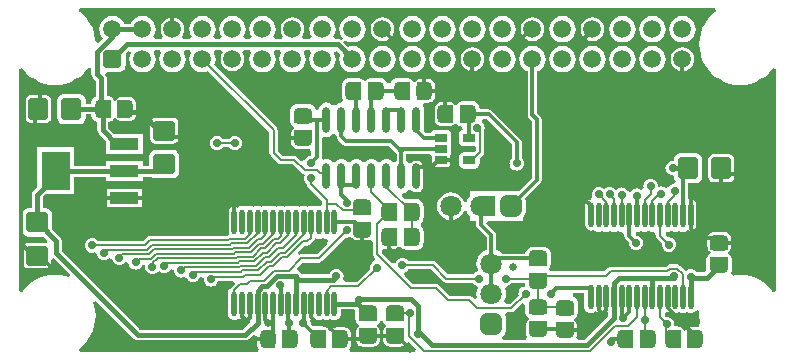
<source format=gtl>
%FSLAX44Y44*%
%MOMM*%
G71*
G01*
G75*
G04 Layer_Physical_Order=1*
G04 Layer_Color=255*
G04:AMPARAMS|DCode=10|XSize=1.5mm|YSize=1.3mm|CornerRadius=0.325mm|HoleSize=0mm|Usage=FLASHONLY|Rotation=180.000|XOffset=0mm|YOffset=0mm|HoleType=Round|Shape=RoundedRectangle|*
%AMROUNDEDRECTD10*
21,1,1.5000,0.6500,0,0,180.0*
21,1,0.8500,1.3000,0,0,180.0*
1,1,0.6500,-0.4250,0.3250*
1,1,0.6500,0.4250,0.3250*
1,1,0.6500,0.4250,-0.3250*
1,1,0.6500,-0.4250,-0.3250*
%
%ADD10ROUNDEDRECTD10*%
G04:AMPARAMS|DCode=11|XSize=1.5mm|YSize=1.3mm|CornerRadius=0.325mm|HoleSize=0mm|Usage=FLASHONLY|Rotation=90.000|XOffset=0mm|YOffset=0mm|HoleType=Round|Shape=RoundedRectangle|*
%AMROUNDEDRECTD11*
21,1,1.5000,0.6500,0,0,90.0*
21,1,0.8500,1.3000,0,0,90.0*
1,1,0.6500,0.3250,0.4250*
1,1,0.6500,0.3250,-0.4250*
1,1,0.6500,-0.3250,-0.4250*
1,1,0.6500,-0.3250,0.4250*
%
%ADD11ROUNDEDRECTD11*%
%ADD12O,0.6000X2.2000*%
%ADD13O,0.4500X2.1000*%
G04:AMPARAMS|DCode=14|XSize=1.8mm|YSize=1.65mm|CornerRadius=0.1238mm|HoleSize=0mm|Usage=FLASHONLY|Rotation=90.000|XOffset=0mm|YOffset=0mm|HoleType=Round|Shape=RoundedRectangle|*
%AMROUNDEDRECTD14*
21,1,1.8000,1.4025,0,0,90.0*
21,1,1.5525,1.6500,0,0,90.0*
1,1,0.2475,0.7013,0.7763*
1,1,0.2475,0.7013,-0.7763*
1,1,0.2475,-0.7013,-0.7763*
1,1,0.2475,-0.7013,0.7763*
%
%ADD14ROUNDEDRECTD14*%
G04:AMPARAMS|DCode=15|XSize=1.8mm|YSize=1.65mm|CornerRadius=0.1238mm|HoleSize=0mm|Usage=FLASHONLY|Rotation=180.000|XOffset=0mm|YOffset=0mm|HoleType=Round|Shape=RoundedRectangle|*
%AMROUNDEDRECTD15*
21,1,1.8000,1.4025,0,0,180.0*
21,1,1.5525,1.6500,0,0,180.0*
1,1,0.2475,-0.7763,0.7013*
1,1,0.2475,0.7763,0.7013*
1,1,0.2475,0.7763,-0.7013*
1,1,0.2475,-0.7763,-0.7013*
%
%ADD15ROUNDEDRECTD15*%
%ADD16R,2.4000X1.0000*%
%ADD17R,2.4000X3.3000*%
G04:AMPARAMS|DCode=18|XSize=0.6706mm|YSize=1.0668mm|CornerRadius=0.0838mm|HoleSize=0mm|Usage=FLASHONLY|Rotation=90.000|XOffset=0mm|YOffset=0mm|HoleType=Round|Shape=RoundedRectangle|*
%AMROUNDEDRECTD18*
21,1,0.6706,0.8992,0,0,90.0*
21,1,0.5029,1.0668,0,0,90.0*
1,1,0.1676,0.4496,0.2515*
1,1,0.1676,0.4496,-0.2515*
1,1,0.1676,-0.4496,-0.2515*
1,1,0.1676,-0.4496,0.2515*
%
%ADD18ROUNDEDRECTD18*%
%ADD19C,0.3000*%
%ADD20C,0.4000*%
%ADD21C,0.2000*%
%ADD22R,1.5000X0.6500*%
%ADD23R,0.6500X1.5000*%
%ADD24R,1.2500X1.7500*%
G04:AMPARAMS|DCode=25|XSize=1.8mm|YSize=1.8mm|CornerRadius=0.45mm|HoleSize=0mm|Usage=FLASHONLY|Rotation=180.000|XOffset=0mm|YOffset=0mm|HoleType=Round|Shape=RoundedRectangle|*
%AMROUNDEDRECTD25*
21,1,1.8000,0.9000,0,0,180.0*
21,1,0.9000,1.8000,0,0,180.0*
1,1,0.9000,-0.4500,0.4500*
1,1,0.9000,0.4500,0.4500*
1,1,0.9000,0.4500,-0.4500*
1,1,0.9000,-0.4500,-0.4500*
%
%ADD25ROUNDEDRECTD25*%
%ADD26C,1.8000*%
G04:AMPARAMS|DCode=27|XSize=1.8mm|YSize=1.8mm|CornerRadius=0.45mm|HoleSize=0mm|Usage=FLASHONLY|Rotation=90.000|XOffset=0mm|YOffset=0mm|HoleType=Round|Shape=RoundedRectangle|*
%AMROUNDEDRECTD27*
21,1,1.8000,0.9000,0,0,90.0*
21,1,0.9000,1.8000,0,0,90.0*
1,1,0.9000,0.4500,0.4500*
1,1,0.9000,0.4500,-0.4500*
1,1,0.9000,-0.4500,-0.4500*
1,1,0.9000,-0.4500,0.4500*
%
%ADD27ROUNDEDRECTD27*%
%ADD28C,1.5000*%
G04:AMPARAMS|DCode=29|XSize=1.5mm|YSize=1.5mm|CornerRadius=0.225mm|HoleSize=0mm|Usage=FLASHONLY|Rotation=0.000|XOffset=0mm|YOffset=0mm|HoleType=Round|Shape=RoundedRectangle|*
%AMROUNDEDRECTD29*
21,1,1.5000,1.0500,0,0,0.0*
21,1,1.0500,1.5000,0,0,0.0*
1,1,0.4500,0.5250,-0.5250*
1,1,0.4500,-0.5250,-0.5250*
1,1,0.4500,-0.5250,0.5250*
1,1,0.4500,0.5250,0.5250*
%
%ADD29ROUNDEDRECTD29*%
%ADD30C,0.6500*%
%ADD31C,0.7200*%
G36*
X1285692Y801830D02*
X1286620Y800620D01*
X1287830Y799693D01*
X1289238Y799109D01*
X1290750Y798910D01*
X1299250D01*
X1300762Y799109D01*
X1301819Y799547D01*
X1302767Y798914D01*
X1303931Y797397D01*
Y787500D01*
X1303931Y787500D01*
X1303931D01*
X1304203Y786134D01*
X1304977Y784977D01*
X1305839Y784115D01*
X1305929Y783428D01*
X1305533Y781434D01*
X1304674Y781078D01*
X1303399Y780101D01*
X1302422Y778826D01*
X1301807Y777342D01*
X1301597Y775750D01*
X1301726Y774773D01*
X1290522Y763569D01*
X1280996D01*
X1279149Y764986D01*
X1278685Y765680D01*
X1279193Y766908D01*
X1279403Y768500D01*
X1279193Y770092D01*
X1278578Y771576D01*
X1277601Y772851D01*
X1276326Y773828D01*
X1274842Y774443D01*
X1273250Y774653D01*
X1271658Y774443D01*
X1270174Y773828D01*
X1268899Y772851D01*
X1267922Y771576D01*
X1267307Y770092D01*
X1267307Y770088D01*
X1243651D01*
X1243490Y770248D01*
X1243489Y770256D01*
X1242494Y771744D01*
X1241006Y772739D01*
X1240545Y772831D01*
X1239808Y775261D01*
X1244478Y779931D01*
X1258273D01*
X1259639Y780203D01*
X1260797Y780977D01*
X1281085Y801265D01*
X1282063Y801137D01*
X1283655Y801346D01*
X1285139Y801961D01*
X1285155Y801974D01*
X1285692Y801830D01*
D02*
G37*
G36*
X1262072Y800928D02*
X1263484Y800343D01*
X1265000Y800144D01*
X1265216Y800172D01*
X1266558Y798015D01*
X1264173Y794446D01*
X1256795Y787069D01*
X1243000D01*
X1241972Y786864D01*
X1240775Y789104D01*
X1246102Y794431D01*
X1248750D01*
X1250116Y794703D01*
X1251273Y795477D01*
X1254523Y798727D01*
X1255297Y799884D01*
X1255297Y799884D01*
Y799884D01*
D01*
X1255497Y800643D01*
X1256966Y800351D01*
X1256984Y800343D01*
X1258500Y800144D01*
X1260016Y800343D01*
X1261428Y800928D01*
X1261750Y801176D01*
X1262072Y800928D01*
D02*
G37*
G36*
X1363477Y763977D02*
X1364634Y763203D01*
X1366000Y762931D01*
X1388799D01*
X1389399Y762149D01*
X1390674Y761172D01*
X1392158Y760557D01*
X1392157D01*
X1392158Y760557D01*
D01*
X1392844Y758578D01*
X1392126Y756211D01*
X1391883Y753750D01*
X1392126Y751289D01*
X1392401Y750380D01*
X1390223Y749074D01*
X1388273Y751023D01*
X1387116Y751797D01*
X1385750Y752069D01*
X1368978D01*
X1360023Y761023D01*
X1358866Y761797D01*
X1357500Y762069D01*
X1337978D01*
X1331237Y768810D01*
X1330942Y771053D01*
X1331114Y771919D01*
X1332326Y772422D01*
X1333601Y773399D01*
X1334201Y774181D01*
X1353272D01*
X1363477Y763977D01*
D02*
G37*
G36*
X1272520Y888851D02*
X1273522Y886900D01*
D01*
X1273781Y885598D01*
X1273832Y885339D01*
X1274716Y884016D01*
X1274716Y884016D01*
X1274716Y884016D01*
X1278866Y879866D01*
X1280189Y878982D01*
X1281750Y878672D01*
X1317561D01*
X1323116Y873116D01*
X1323116Y873116D01*
X1324322Y871911D01*
Y866134D01*
X1323724Y865676D01*
X1323320Y865149D01*
X1320780D01*
X1320376Y865676D01*
X1319006Y866727D01*
X1317411Y867387D01*
X1315700Y867613D01*
X1313988Y867387D01*
X1312394Y866727D01*
X1311024Y865676D01*
X1310620Y865149D01*
X1308080D01*
X1307676Y865676D01*
X1306306Y866727D01*
X1304711Y867387D01*
X1303000Y867613D01*
X1301288Y867387D01*
X1299694Y866727D01*
X1298324Y865676D01*
X1297920Y865149D01*
X1295380D01*
X1294976Y865676D01*
X1293606Y866727D01*
X1292011Y867387D01*
X1290300Y867613D01*
X1288589Y867387D01*
X1286994Y866727D01*
X1285624Y865676D01*
X1285220Y865149D01*
X1282680D01*
X1282276Y865676D01*
X1280906Y866727D01*
X1279311Y867387D01*
X1277600Y867613D01*
X1275889Y867387D01*
X1274294Y866727D01*
X1272924Y865676D01*
X1272520Y865149D01*
X1269980D01*
X1269576Y865676D01*
X1268206Y866727D01*
X1266611Y867387D01*
X1264900Y867613D01*
X1263188Y867387D01*
X1262604Y867145D01*
X1260640Y868756D01*
X1260778Y869450D01*
Y885325D01*
X1262890Y886736D01*
X1263188Y886613D01*
X1264900Y886387D01*
X1266611Y886613D01*
X1268206Y887273D01*
X1269576Y888324D01*
X1269980Y888851D01*
X1272520D01*
Y888851D01*
D02*
G37*
G36*
X1594779Y992981D02*
X1593953Y992429D01*
X1590553Y989447D01*
X1587571Y986047D01*
X1585058Y982287D01*
X1583058Y978231D01*
X1581604Y973948D01*
X1580722Y969513D01*
X1580426Y965000D01*
X1580722Y960487D01*
X1581604Y956052D01*
X1583058Y951769D01*
X1585058Y947713D01*
X1587571Y943953D01*
X1590553Y940553D01*
X1593953Y937571D01*
X1597713Y935058D01*
X1601769Y933058D01*
X1606052Y931604D01*
X1610487Y930722D01*
X1615000Y930426D01*
X1619513Y930722D01*
X1623948Y931604D01*
X1628231Y933058D01*
X1632287Y935058D01*
X1636047Y937571D01*
X1639447Y940553D01*
X1642429Y943953D01*
X1642981Y944779D01*
X1645412Y944041D01*
Y755959D01*
X1642981Y755221D01*
X1642429Y756047D01*
X1639447Y759447D01*
X1636047Y762429D01*
X1632287Y764942D01*
X1628231Y766942D01*
X1623948Y768396D01*
X1619513Y769278D01*
X1615000Y769574D01*
X1610487Y769278D01*
X1608881Y768959D01*
X1607540Y771116D01*
X1607695Y771318D01*
X1608381Y772973D01*
X1608615Y774750D01*
Y781250D01*
X1608381Y783027D01*
X1607695Y784682D01*
X1607449Y785003D01*
X1607355Y785476D01*
X1606802Y786302D01*
X1605975Y786855D01*
X1605975Y786855D01*
X1605975D01*
X1604670Y788692D01*
X1604670Y788692D01*
Y788692D01*
Y788692D01*
X1605880Y789621D01*
X1606808Y790830D01*
X1607391Y792238D01*
X1607590Y793750D01*
Y800250D01*
X1607391Y801761D01*
X1606808Y803170D01*
X1605880Y804379D01*
X1604670Y805307D01*
X1603262Y805891D01*
X1601750Y806090D01*
X1593250D01*
X1591738Y805891D01*
X1590330Y805307D01*
X1589120Y804379D01*
X1588192Y803170D01*
X1587609Y801761D01*
X1587410Y800250D01*
Y793750D01*
X1587609Y792238D01*
X1588192Y790830D01*
X1589120Y789621D01*
X1590330Y788692D01*
D01*
X1590330D01*
X1590330Y788692D01*
X1590330Y788692D01*
X1589024Y786855D01*
X1589024D01*
X1589024Y786855D01*
X1588197Y786302D01*
X1587645Y785476D01*
X1587551Y785003D01*
X1587305Y784682D01*
X1586619Y783027D01*
X1586385Y781250D01*
Y774750D01*
X1586517Y773748D01*
X1584843Y771838D01*
X1578186D01*
X1577601Y772601D01*
X1576326Y773578D01*
X1574842Y774193D01*
X1573250Y774403D01*
X1571658Y774193D01*
X1570174Y773578D01*
X1569209Y772838D01*
X1564523Y777523D01*
X1563366Y778297D01*
X1562000Y778569D01*
X1555750D01*
X1554384Y778297D01*
X1553227Y777523D01*
X1552022Y776319D01*
X1505500D01*
X1504134Y776047D01*
X1502977Y775273D01*
X1500272Y772569D01*
X1453993D01*
X1453339Y774722D01*
X1453553Y775198D01*
X1453553Y775198D01*
X1453553D01*
X1454105Y776025D01*
X1454199Y776498D01*
X1454445Y776818D01*
X1455131Y778473D01*
X1455365Y780250D01*
Y786750D01*
X1455131Y788527D01*
X1454445Y790182D01*
X1453354Y791604D01*
X1451932Y792695D01*
X1450277Y793381D01*
X1448500Y793615D01*
X1440000D01*
X1438223Y793381D01*
X1436568Y792695D01*
X1435146Y791604D01*
X1434055Y790182D01*
X1433369Y788527D01*
X1433244Y787578D01*
X1413826D01*
X1413421Y788071D01*
X1411510Y789640D01*
X1409328Y790806D01*
X1408578Y791034D01*
Y803250D01*
X1408578Y803250D01*
X1408319Y804552D01*
X1408268Y804811D01*
X1407384Y806134D01*
X1407384Y806134D01*
X1400364Y813153D01*
X1401336Y815500D01*
X1414059D01*
X1414297Y815401D01*
X1416400Y815125D01*
X1425400D01*
X1427503Y815401D01*
X1427741Y815500D01*
X1431500D01*
Y817966D01*
X1432437Y819187D01*
X1433249Y821147D01*
X1433526Y823250D01*
Y832250D01*
X1433251Y834333D01*
X1445884Y846966D01*
X1445884Y846966D01*
X1446475Y847850D01*
X1446768Y848289D01*
X1447078Y849850D01*
X1447078Y849850D01*
Y901250D01*
X1446768Y902811D01*
X1445884Y904134D01*
X1445884Y904134D01*
X1443378Y906639D01*
Y942022D01*
X1444876Y942643D01*
X1447185Y944415D01*
X1448957Y946724D01*
X1450071Y949414D01*
X1450451Y952300D01*
X1450071Y955186D01*
X1448957Y957876D01*
X1447185Y960185D01*
X1444876Y961957D01*
X1442186Y963071D01*
X1439300Y963451D01*
X1436414Y963071D01*
X1433724Y961957D01*
X1431415Y960185D01*
X1429643Y957876D01*
X1428529Y955186D01*
X1428149Y952300D01*
X1428529Y949414D01*
X1429643Y946724D01*
X1431415Y944415D01*
X1433724Y942643D01*
X1435222Y942022D01*
Y904950D01*
X1435222Y904950D01*
X1435481Y903648D01*
X1435532Y903389D01*
X1436416Y902066D01*
X1438922Y899561D01*
Y851539D01*
X1427882Y840500D01*
X1386000D01*
Y835966D01*
X1385010Y834760D01*
X1383844Y832578D01*
X1383563Y831653D01*
X1381026Y831528D01*
X1380180Y833570D01*
X1378330Y835980D01*
X1375920Y837830D01*
X1373112Y838993D01*
X1370100Y839390D01*
X1367088Y838993D01*
X1364280Y837830D01*
X1361870Y835980D01*
X1360020Y833570D01*
X1358857Y830762D01*
X1358461Y827750D01*
X1358857Y824737D01*
X1360020Y821930D01*
X1361870Y819520D01*
X1364280Y817670D01*
X1367088Y816507D01*
X1370100Y816111D01*
X1373112Y816507D01*
X1375920Y817670D01*
X1378330Y819520D01*
X1380180Y821930D01*
X1381026Y823972D01*
X1383563Y823848D01*
X1383844Y822922D01*
X1385010Y820741D01*
X1386000Y819534D01*
Y815750D01*
X1386250Y815500D01*
X1391422D01*
Y812250D01*
X1391422Y812250D01*
X1391681Y810948D01*
X1391732Y810689D01*
X1392616Y809366D01*
X1400422Y801561D01*
Y791034D01*
X1399672Y790806D01*
X1397491Y789640D01*
X1395579Y788071D01*
X1394010Y786160D01*
X1392844Y783978D01*
X1392126Y781611D01*
X1391883Y779150D01*
X1392126Y776689D01*
X1392844Y774322D01*
X1392986Y774056D01*
X1392158Y772443D01*
X1390674Y771828D01*
X1389399Y770851D01*
X1388799Y770069D01*
X1367478D01*
X1357273Y780273D01*
X1356116Y781047D01*
X1354750Y781319D01*
X1334201D01*
X1333601Y782101D01*
X1332326Y783078D01*
X1330842Y783693D01*
X1329250Y783903D01*
X1327658Y783693D01*
X1326174Y783078D01*
X1324899Y782101D01*
X1323922Y780826D01*
X1323419Y779614D01*
X1322553Y779442D01*
X1320310Y779737D01*
X1311739Y788308D01*
X1311987Y790836D01*
X1313181Y791633D01*
X1313239Y791609D01*
X1314750Y791410D01*
X1321250D01*
X1322762Y791609D01*
X1324170Y792193D01*
X1325379Y793121D01*
X1328145Y793025D01*
D01*
X1328698Y792198D01*
X1329525Y791645D01*
X1329997Y791551D01*
X1330318Y791305D01*
X1331973Y790619D01*
X1333750Y790385D01*
X1340250D01*
X1342027Y790619D01*
X1343682Y791305D01*
X1345104Y792396D01*
X1346195Y793818D01*
X1346881Y795473D01*
X1347115Y797250D01*
Y805750D01*
X1346881Y807527D01*
X1346195Y809182D01*
X1345104Y810604D01*
X1344614Y810980D01*
Y813520D01*
X1345104Y813896D01*
X1346195Y815318D01*
X1346881Y816973D01*
X1347115Y818750D01*
Y827250D01*
X1346881Y829027D01*
X1346195Y830682D01*
X1345104Y832104D01*
X1343682Y833195D01*
X1342027Y833881D01*
X1340250Y834115D01*
X1333750D01*
X1331973Y833881D01*
X1331402Y833644D01*
X1328892Y836154D01*
X1329709Y838560D01*
X1330111Y838613D01*
X1331706Y839273D01*
X1333076Y840324D01*
X1334120Y841685D01*
X1336660D01*
X1337149Y841049D01*
X1338306Y840161D01*
X1339654Y839603D01*
X1341100Y839412D01*
X1342546Y839603D01*
X1343894Y840161D01*
X1345051Y841049D01*
X1345939Y842206D01*
X1346497Y843554D01*
X1346688Y845000D01*
Y861000D01*
X1346497Y862446D01*
X1345939Y863794D01*
X1345051Y864951D01*
X1343894Y865839D01*
X1342546Y866397D01*
X1341100Y866588D01*
X1339654Y866397D01*
X1338306Y865839D01*
X1337149Y864951D01*
X1336660Y864315D01*
X1334120D01*
X1333076Y865676D01*
X1332478Y866134D01*
Y871911D01*
X1332489Y871922D01*
X1352386D01*
X1353997Y869958D01*
X1353810Y869015D01*
Y863985D01*
X1354072Y862667D01*
X1354819Y861550D01*
X1355936Y860803D01*
X1357254Y860541D01*
X1366246D01*
X1367564Y860803D01*
X1368681Y861550D01*
X1369428Y862667D01*
X1369690Y863985D01*
Y869015D01*
X1369428Y870333D01*
X1369426Y870336D01*
X1370385Y871771D01*
X1370726Y873485D01*
Y878515D01*
X1370385Y880229D01*
X1370037Y880750D01*
X1370385Y881271D01*
X1370726Y882985D01*
Y888015D01*
X1370385Y889729D01*
X1369414Y891183D01*
X1367960Y892154D01*
X1366246Y892495D01*
X1357254D01*
X1355540Y892154D01*
X1354086Y891183D01*
X1353115Y889729D01*
X1353085Y889578D01*
X1349189D01*
X1347513Y891488D01*
X1347713Y893000D01*
Y909000D01*
X1347487Y910712D01*
X1346827Y912306D01*
X1346193Y913132D01*
X1347316Y915410D01*
X1351000D01*
X1352511Y915609D01*
X1353920Y916192D01*
X1355129Y917121D01*
X1356057Y918330D01*
X1356641Y919738D01*
X1356840Y921250D01*
Y929750D01*
X1356641Y931262D01*
X1356057Y932670D01*
X1355129Y933879D01*
X1353920Y934808D01*
X1352511Y935391D01*
X1351000Y935590D01*
X1344500D01*
X1342988Y935391D01*
X1341580Y934808D01*
X1340370Y933879D01*
X1339442Y932670D01*
X1339442Y932670D01*
Y932670D01*
X1337605Y933976D01*
Y933976D01*
X1337605Y933976D01*
X1337052Y934802D01*
X1336225Y935355D01*
X1335753Y935449D01*
X1335432Y935695D01*
X1333777Y936381D01*
X1332000Y936615D01*
X1325500D01*
X1323723Y936381D01*
X1322068Y935695D01*
X1320646Y934604D01*
X1319555Y933182D01*
X1318968Y931766D01*
X1316428D01*
X1315945Y932932D01*
X1314854Y934354D01*
X1313432Y935445D01*
X1311777Y936131D01*
X1310000Y936365D01*
X1303500D01*
X1301723Y936131D01*
X1300068Y935445D01*
X1299747Y935199D01*
X1299275Y935105D01*
X1298448Y934552D01*
X1297895Y933726D01*
X1296052Y934552D01*
X1296052Y934553D01*
Y934552D01*
X1295226Y935105D01*
X1294753Y935199D01*
X1294432Y935445D01*
X1292777Y936131D01*
X1291000Y936365D01*
X1284500D01*
X1282723Y936131D01*
X1281068Y935445D01*
X1279646Y934354D01*
X1278555Y932932D01*
X1277869Y931277D01*
X1277635Y929500D01*
Y921000D01*
X1277869Y919223D01*
X1278475Y917760D01*
X1277205Y915561D01*
X1275889Y915387D01*
X1274294Y914727D01*
X1272924Y913676D01*
X1272520Y913149D01*
X1269980D01*
X1269576Y913676D01*
X1268206Y914727D01*
X1266611Y915387D01*
X1264900Y915613D01*
X1263188Y915387D01*
X1261594Y914727D01*
X1260224Y913676D01*
X1259173Y912306D01*
X1258513Y910712D01*
X1258400Y909858D01*
X1255881Y909527D01*
X1255195Y911182D01*
X1254104Y912604D01*
X1252682Y913695D01*
X1251027Y914381D01*
X1249250Y914615D01*
X1240750D01*
X1238973Y914381D01*
X1237318Y913695D01*
X1235896Y912604D01*
X1234805Y911182D01*
X1234119Y909527D01*
X1233885Y907750D01*
Y901250D01*
X1234119Y899473D01*
X1234805Y897818D01*
X1235053Y897495D01*
X1235146Y897025D01*
X1235699Y896198D01*
X1236526Y895646D01*
X1236526Y895645D01*
X1236526D01*
X1237830Y893808D01*
X1237830Y893808D01*
X1237830D01*
X1236620Y892879D01*
X1235692Y891670D01*
X1235109Y890262D01*
X1234910Y888750D01*
Y882250D01*
X1235109Y880739D01*
X1235692Y879330D01*
X1236620Y878120D01*
X1237830Y877193D01*
X1239239Y876609D01*
X1240750Y876410D01*
X1249250D01*
X1250712Y876602D01*
X1250794Y876531D01*
X1252107Y873362D01*
X1251750Y870653D01*
X1250158Y870443D01*
X1248674Y869828D01*
X1247399Y868851D01*
X1246422Y867576D01*
X1245993Y866541D01*
X1244563Y866256D01*
X1243098Y866449D01*
X1240211Y869336D01*
X1239053Y870109D01*
X1237688Y870381D01*
X1227916D01*
X1223631Y874666D01*
Y892138D01*
X1223359Y893503D01*
X1222586Y894661D01*
X1169840Y947407D01*
X1170671Y949414D01*
X1171051Y952300D01*
X1170671Y955186D01*
X1169557Y957876D01*
X1169551Y957884D01*
X1170675Y960162D01*
X1175806D01*
X1176929Y957884D01*
X1176530Y957363D01*
X1175518Y954921D01*
X1175173Y952300D01*
X1175518Y949679D01*
X1176530Y947237D01*
X1178139Y945139D01*
X1180237Y943530D01*
X1182679Y942518D01*
X1185300Y942173D01*
X1187921Y942518D01*
X1190363Y943530D01*
X1192461Y945139D01*
X1194070Y947237D01*
X1195082Y949679D01*
X1195427Y952300D01*
X1195082Y954921D01*
X1194070Y957363D01*
X1193671Y957884D01*
X1194794Y960162D01*
X1199925D01*
X1201049Y957884D01*
X1201043Y957876D01*
X1199929Y955186D01*
X1199549Y952300D01*
X1199929Y949414D01*
X1201043Y946724D01*
X1202815Y944415D01*
X1205124Y942643D01*
X1207814Y941529D01*
X1210700Y941149D01*
X1213586Y941529D01*
X1216276Y942643D01*
X1218585Y944415D01*
X1220357Y946724D01*
X1221471Y949414D01*
X1221851Y952300D01*
X1221471Y955186D01*
X1220357Y957876D01*
X1220351Y957884D01*
X1221475Y960162D01*
X1225325D01*
X1226449Y957884D01*
X1226443Y957876D01*
X1225329Y955186D01*
X1224949Y952300D01*
X1225329Y949414D01*
X1226443Y946724D01*
X1228215Y944415D01*
X1230524Y942643D01*
X1233214Y941529D01*
X1236100Y941149D01*
X1238986Y941529D01*
X1241676Y942643D01*
X1243985Y944415D01*
X1245757Y946724D01*
X1246871Y949414D01*
X1247251Y952300D01*
X1246871Y955186D01*
X1245757Y957876D01*
X1245751Y957884D01*
X1246875Y960162D01*
X1250725D01*
X1251849Y957884D01*
X1251843Y957876D01*
X1250729Y955186D01*
X1250349Y952300D01*
X1250729Y949414D01*
X1251843Y946724D01*
X1253615Y944415D01*
X1255924Y942643D01*
X1258614Y941529D01*
X1261500Y941149D01*
X1264386Y941529D01*
X1267076Y942643D01*
X1269385Y944415D01*
X1271157Y946724D01*
X1272271Y949414D01*
X1272651Y952300D01*
X1272271Y955186D01*
X1271157Y957876D01*
X1271151Y957884D01*
X1271401Y958390D01*
X1273907Y958804D01*
X1276538Y956174D01*
X1276129Y955186D01*
X1275749Y952300D01*
X1276129Y949414D01*
X1277243Y946724D01*
X1279015Y944415D01*
X1281324Y942643D01*
X1284014Y941529D01*
X1286900Y941149D01*
X1289786Y941529D01*
X1292476Y942643D01*
X1294785Y944415D01*
X1296557Y946724D01*
X1297671Y949414D01*
X1298051Y952300D01*
X1297671Y955186D01*
X1296557Y957876D01*
X1294785Y960185D01*
X1292476Y961957D01*
X1289786Y963071D01*
X1286900Y963451D01*
X1284014Y963071D01*
X1283026Y962662D01*
X1279246Y966442D01*
X1280921Y968352D01*
X1281324Y968043D01*
X1284014Y966929D01*
X1286900Y966549D01*
X1289786Y966929D01*
X1292476Y968043D01*
X1294785Y969815D01*
X1296557Y972124D01*
X1297671Y974814D01*
X1298051Y977700D01*
X1297671Y980586D01*
X1296557Y983276D01*
X1294785Y985585D01*
X1292476Y987357D01*
X1289786Y988471D01*
X1286900Y988851D01*
X1284014Y988471D01*
X1281324Y987357D01*
X1279015Y985585D01*
X1277243Y983276D01*
X1276129Y980586D01*
X1275749Y977700D01*
X1276129Y974814D01*
X1277243Y972124D01*
X1278525Y970454D01*
X1276788Y968600D01*
X1276206Y968989D01*
X1274450Y969338D01*
X1271891D01*
X1270768Y971616D01*
X1271157Y972124D01*
X1272271Y974814D01*
X1272651Y977700D01*
X1272271Y980586D01*
X1271157Y983276D01*
X1269385Y985585D01*
X1267076Y987357D01*
X1264386Y988471D01*
X1261500Y988851D01*
X1258614Y988471D01*
X1255924Y987357D01*
X1253615Y985585D01*
X1251843Y983276D01*
X1250729Y980586D01*
X1250349Y977700D01*
X1250729Y974814D01*
X1251843Y972124D01*
X1252233Y971616D01*
X1251109Y969338D01*
X1245210D01*
X1244087Y971616D01*
X1244870Y972637D01*
X1245882Y975079D01*
X1246227Y977700D01*
X1245882Y980321D01*
X1244870Y982763D01*
X1243261Y984861D01*
X1241163Y986470D01*
X1238721Y987482D01*
X1236100Y987827D01*
X1233479Y987482D01*
X1231037Y986470D01*
X1228939Y984861D01*
X1227330Y982763D01*
X1226318Y980321D01*
X1225973Y977700D01*
X1226318Y975079D01*
X1227330Y972637D01*
X1228113Y971616D01*
X1226990Y969338D01*
X1221091D01*
X1219967Y971616D01*
X1220357Y972124D01*
X1221471Y974814D01*
X1221851Y977700D01*
X1221471Y980586D01*
X1220357Y983276D01*
X1218585Y985585D01*
X1216276Y987357D01*
X1213586Y988471D01*
X1210700Y988851D01*
X1207814Y988471D01*
X1205124Y987357D01*
X1202815Y985585D01*
X1201043Y983276D01*
X1199929Y980586D01*
X1199549Y977700D01*
X1199929Y974814D01*
X1201043Y972124D01*
X1201432Y971616D01*
X1200309Y969338D01*
X1195691D01*
X1194567Y971616D01*
X1194957Y972124D01*
X1196071Y974814D01*
X1196451Y977700D01*
X1196071Y980586D01*
X1194957Y983276D01*
X1193185Y985585D01*
X1190876Y987357D01*
X1188186Y988471D01*
X1185300Y988851D01*
X1182414Y988471D01*
X1179724Y987357D01*
X1177415Y985585D01*
X1175643Y983276D01*
X1174529Y980586D01*
X1174149Y977700D01*
X1174529Y974814D01*
X1175643Y972124D01*
X1176032Y971616D01*
X1174909Y969338D01*
X1170291D01*
X1169167Y971616D01*
X1169557Y972124D01*
X1170671Y974814D01*
X1171051Y977700D01*
X1170671Y980586D01*
X1169557Y983276D01*
X1167785Y985585D01*
X1165476Y987357D01*
X1162786Y988471D01*
X1159900Y988851D01*
X1157014Y988471D01*
X1154324Y987357D01*
X1152015Y985585D01*
X1150243Y983276D01*
X1149129Y980586D01*
X1148749Y977700D01*
X1149129Y974814D01*
X1150243Y972124D01*
X1150632Y971616D01*
X1149509Y969338D01*
X1143610D01*
X1142487Y971616D01*
X1143270Y972637D01*
X1144282Y975079D01*
X1144627Y977700D01*
X1144282Y980321D01*
X1143270Y982763D01*
X1141661Y984861D01*
X1139563Y986470D01*
X1137121Y987482D01*
X1134500Y987827D01*
X1131879Y987482D01*
X1129437Y986470D01*
X1127339Y984861D01*
X1125730Y982763D01*
X1124718Y980321D01*
X1124373Y977700D01*
X1124718Y975079D01*
X1125730Y972637D01*
X1126513Y971616D01*
X1125390Y969338D01*
X1119491D01*
X1118367Y971616D01*
X1118757Y972124D01*
X1119871Y974814D01*
X1120251Y977700D01*
X1119871Y980586D01*
X1118757Y983276D01*
X1116985Y985585D01*
X1114676Y987357D01*
X1111986Y988471D01*
X1109100Y988851D01*
X1106214Y988471D01*
X1103524Y987357D01*
X1101215Y985585D01*
X1099443Y983276D01*
X1099034Y982288D01*
X1093766D01*
X1093357Y983276D01*
X1091585Y985585D01*
X1089276Y987357D01*
X1086586Y988471D01*
X1083700Y988851D01*
X1080814Y988471D01*
X1078124Y987357D01*
X1075815Y985585D01*
X1074043Y983276D01*
X1072929Y980586D01*
X1072549Y977700D01*
X1072929Y974814D01*
X1074043Y972124D01*
X1075733Y969921D01*
X1071826Y966015D01*
X1069449Y966909D01*
X1069278Y969513D01*
X1068396Y973948D01*
X1066942Y978231D01*
X1064942Y982287D01*
X1062429Y986047D01*
X1059447Y989447D01*
X1056047Y992429D01*
X1055221Y992981D01*
X1055959Y995412D01*
X1594041D01*
X1594779Y992981D01*
D02*
G37*
G36*
X1150249Y957884D02*
X1150243Y957876D01*
X1149129Y955186D01*
X1148749Y952300D01*
X1149129Y949414D01*
X1150243Y946724D01*
X1152015Y944415D01*
X1154324Y942643D01*
X1157014Y941529D01*
X1159900Y941149D01*
X1162786Y941529D01*
X1164793Y942360D01*
X1216494Y890659D01*
Y873187D01*
X1216494Y873187D01*
X1216494D01*
X1216766Y871822D01*
X1217539Y870664D01*
X1223914Y864289D01*
D01*
X1223914D01*
Y864289D01*
D01*
X1223914D01*
Y864289D01*
X1223914D01*
X1223914Y864289D01*
Y864289D01*
X1223914Y864289D01*
Y864289D01*
X1225072Y863516D01*
X1226438Y863244D01*
X1236209D01*
X1243977Y855477D01*
X1243977Y855477D01*
X1243977D01*
X1243977Y855477D01*
X1243977D01*
X1243977Y855477D01*
Y855477D01*
Y855477D01*
D01*
D01*
X1243977D01*
Y855477D01*
X1245134Y854703D01*
X1246500Y854431D01*
X1246500Y854431D01*
X1246118Y853134D01*
X1246118Y853134D01*
X1246118Y853134D01*
X1245909Y851542D01*
X1246118Y849949D01*
X1246733Y848465D01*
X1247710Y847191D01*
X1248493Y846591D01*
Y846189D01*
X1248764Y844823D01*
X1249538Y843665D01*
X1261117Y832086D01*
X1261034Y829548D01*
X1259522Y828222D01*
X1258500Y828356D01*
X1256984Y828157D01*
X1255572Y827571D01*
X1255250Y827325D01*
X1254928Y827571D01*
X1253516Y828157D01*
X1252000Y828356D01*
X1250484Y828157D01*
X1249072Y827571D01*
X1248750Y827325D01*
X1248428Y827571D01*
X1247016Y828157D01*
X1245500Y828356D01*
X1243984Y828157D01*
X1242572Y827571D01*
X1242250Y827325D01*
X1241928Y827571D01*
X1240516Y828157D01*
X1239000Y828356D01*
X1237484Y828157D01*
X1236072Y827571D01*
X1235750Y827325D01*
X1235428Y827571D01*
X1234016Y828157D01*
X1232500Y828356D01*
X1230984Y828157D01*
X1229572Y827571D01*
X1229250Y827325D01*
X1228928Y827571D01*
X1227516Y828157D01*
X1226000Y828356D01*
X1224484Y828157D01*
X1223072Y827571D01*
X1222750Y827325D01*
X1222428Y827571D01*
X1221016Y828157D01*
X1219500Y828356D01*
X1217984Y828157D01*
X1216572Y827571D01*
X1216250Y827325D01*
X1215928Y827571D01*
X1214516Y828157D01*
X1213000Y828356D01*
X1211484Y828157D01*
X1210072Y827571D01*
X1209750Y827325D01*
X1209428Y827571D01*
X1208016Y828157D01*
X1206500Y828356D01*
X1204984Y828157D01*
X1203572Y827571D01*
X1203250Y827325D01*
X1202928Y827571D01*
X1201516Y828157D01*
X1200000Y828356D01*
X1198484Y828157D01*
X1197072Y827571D01*
X1196750Y827325D01*
X1196428Y827571D01*
X1195016Y828157D01*
X1193500Y828356D01*
X1191984Y828157D01*
X1190572Y827571D01*
X1189390Y826664D01*
X1188869Y827012D01*
X1187000Y827384D01*
X1185131Y827012D01*
X1183547Y825953D01*
X1182488Y824369D01*
X1182116Y822500D01*
Y806000D01*
X1182488Y804131D01*
X1181366Y803397D01*
X1181366D01*
X1180276Y802669D01*
X1115804D01*
X1114438Y802397D01*
X1113281Y801623D01*
X1109726Y798069D01*
X1071451D01*
X1070851Y798851D01*
X1069576Y799828D01*
X1068092Y800443D01*
X1066500Y800653D01*
X1064908Y800443D01*
X1063424Y799828D01*
X1062149Y798851D01*
X1061172Y797576D01*
X1060557Y796092D01*
X1060347Y794500D01*
X1060557Y792908D01*
X1061172Y791424D01*
X1062149Y790149D01*
X1063424Y789172D01*
X1064908Y788557D01*
X1066500Y788347D01*
X1068092Y788557D01*
X1068288Y788638D01*
X1070488Y787368D01*
X1070610Y786446D01*
X1071224Y784962D01*
X1072202Y783688D01*
X1073476Y782710D01*
X1074960Y782095D01*
X1076553Y781886D01*
X1078145Y782095D01*
X1079629Y782710D01*
X1080903Y783688D01*
X1081082Y783921D01*
X1083536Y783264D01*
X1083610Y782696D01*
X1084225Y781212D01*
X1085203Y779938D01*
X1086477Y778960D01*
X1087961Y778345D01*
X1089553Y778136D01*
X1091146Y778345D01*
X1092629Y778960D01*
X1093904Y779938D01*
X1094882Y781212D01*
X1095269Y781317D01*
X1095095Y781269D01*
X1097208Y779860D01*
X1097361Y778696D01*
X1097975Y777212D01*
X1098953Y775938D01*
X1100228Y774960D01*
X1101711Y774345D01*
X1103304Y774136D01*
X1104896Y774345D01*
X1106380Y774960D01*
X1107654Y775938D01*
X1108632Y777212D01*
X1109099Y778339D01*
X1111474Y777703D01*
X1111545Y777622D01*
X1111402Y776538D01*
X1111612Y774946D01*
X1112226Y773462D01*
X1113204Y772187D01*
X1114478Y771210D01*
X1115962Y770595D01*
X1117554Y770385D01*
X1119147Y770595D01*
X1120631Y771210D01*
X1121905Y772187D01*
Y772187D01*
X1123204Y772937D01*
X1124479Y771960D01*
X1125963Y771345D01*
X1127555Y771135D01*
X1129147Y771345D01*
X1130631Y771960D01*
X1131906Y772937D01*
X1132883Y774212D01*
X1132984Y774454D01*
X1135437Y773796D01*
X1135403Y773538D01*
X1135613Y771945D01*
X1136227Y770462D01*
X1137205Y769187D01*
X1138479Y768209D01*
X1139963Y767595D01*
X1141556Y767385D01*
X1143148Y767595D01*
X1144018Y767955D01*
X1146365Y766983D01*
X1146478Y766711D01*
X1147456Y765437D01*
X1148730Y764459D01*
X1150214Y763845D01*
X1151806Y763635D01*
X1153399Y763845D01*
X1154883Y764459D01*
X1156157Y765437D01*
X1157134Y766711D01*
X1157482Y767550D01*
X1158753Y767760D01*
X1161034Y766772D01*
X1160904Y765787D01*
X1161114Y764195D01*
X1161729Y762711D01*
X1162706Y761437D01*
X1163981Y760459D01*
X1165464Y759844D01*
X1167057Y759635D01*
X1168649Y759844D01*
X1170133Y760459D01*
X1171407Y761437D01*
X1172385Y762711D01*
X1173000Y764195D01*
X1173031Y764431D01*
X1186066D01*
X1187038Y762085D01*
X1184477Y759523D01*
X1183703Y758366D01*
X1183685Y758275D01*
X1182859Y757641D01*
X1181928Y756428D01*
X1181344Y755016D01*
X1181144Y753500D01*
Y737000D01*
X1181344Y735484D01*
X1181928Y734072D01*
X1182859Y732859D01*
X1184072Y731928D01*
X1185484Y731343D01*
X1187000Y731144D01*
X1188516Y731343D01*
X1189928Y731928D01*
X1191110Y732836D01*
X1191631Y732488D01*
X1193500Y732116D01*
X1195369Y732488D01*
X1196750Y733411D01*
X1198131Y732488D01*
X1199966Y732123D01*
X1200060Y731813D01*
X1200519Y729508D01*
X1194350Y723338D01*
X1107150D01*
X1040588Y789901D01*
Y798250D01*
D01*
Y798250D01*
X1040588D01*
D01*
Y798250D01*
X1040588D01*
Y798250D01*
X1040588Y798250D01*
X1040588Y798250D01*
D01*
D01*
D01*
D01*
X1040239Y800006D01*
X1039903Y800508D01*
X1039903Y800508D01*
X1039244Y801494D01*
Y801494D01*
X1039244Y801494D01*
X1032650Y808089D01*
Y821012D01*
X1032278Y822883D01*
X1031218Y824468D01*
X1029633Y825528D01*
X1027763Y825900D01*
X1024588D01*
Y835350D01*
X1026933Y837694D01*
X1051306D01*
Y852912D01*
X1078194D01*
Y849194D01*
X1109306D01*
Y852912D01*
X1116461D01*
X1117867Y851972D01*
X1119737Y851600D01*
X1135263D01*
X1137133Y851972D01*
X1138718Y853032D01*
X1139778Y854617D01*
X1140150Y856488D01*
Y870512D01*
X1139778Y872383D01*
X1138718Y873968D01*
X1137133Y875028D01*
X1135263Y875400D01*
X1119737D01*
X1117867Y875028D01*
X1116282Y873968D01*
X1115222Y872383D01*
X1114850Y870512D01*
Y862088D01*
X1109306D01*
Y866306D01*
X1078194D01*
Y862088D01*
X1051306D01*
Y877806D01*
X1020194D01*
Y843933D01*
X1016756Y840494D01*
X1015761Y839006D01*
X1015412Y837250D01*
X1015412Y837250D01*
X1015412D01*
X1015412Y837250D01*
X1015412D01*
Y825900D01*
X1012237D01*
X1010367Y825528D01*
X1008782Y824468D01*
X1007722Y822883D01*
X1007350Y821012D01*
Y806988D01*
X1007722Y805117D01*
X1008782Y803532D01*
X1010367Y802472D01*
X1012237Y802100D01*
X1025661D01*
X1028283Y799479D01*
X1027932Y797718D01*
X1027579Y796864D01*
X1012237D01*
X1010764Y796571D01*
X1009514Y795736D01*
X1008679Y794486D01*
X1008386Y793012D01*
Y778988D01*
X1008679Y777514D01*
X1009514Y776264D01*
X1010764Y775429D01*
X1012237Y775136D01*
X1027763D01*
X1029236Y775429D01*
X1030486Y776264D01*
X1031321Y777514D01*
X1031614Y778988D01*
Y782579D01*
X1033961Y783551D01*
X1047816Y769695D01*
X1046475Y767538D01*
X1043948Y768396D01*
X1039513Y769278D01*
X1035000Y769574D01*
X1030487Y769278D01*
X1026052Y768396D01*
X1021769Y766942D01*
X1017713Y764942D01*
X1013953Y762429D01*
X1010553Y759447D01*
X1007571Y756047D01*
X1007019Y755221D01*
X1004588Y755959D01*
Y944041D01*
X1007019Y944779D01*
X1007571Y943953D01*
X1010553Y940553D01*
X1013953Y937571D01*
X1017713Y935058D01*
X1021769Y933058D01*
X1026052Y931604D01*
X1030487Y930722D01*
X1035000Y930426D01*
X1039513Y930722D01*
X1043948Y931604D01*
X1048231Y933058D01*
X1052287Y935058D01*
X1056047Y937571D01*
X1059447Y940553D01*
X1062429Y943953D01*
X1063263Y945201D01*
X1065694Y944463D01*
Y939718D01*
X1065694Y939718D01*
X1065694D01*
X1066043Y937962D01*
X1067038Y936474D01*
X1069476Y934035D01*
Y920468D01*
X1068818Y920195D01*
X1067396Y919104D01*
X1066305Y917682D01*
X1065619Y916027D01*
X1065430Y914588D01*
X1060900D01*
Y917763D01*
X1060528Y919633D01*
X1059468Y921218D01*
X1057883Y922278D01*
X1056012Y922650D01*
X1041988D01*
X1040117Y922278D01*
X1038532Y921218D01*
X1037472Y919633D01*
X1037100Y917763D01*
Y902237D01*
X1037472Y900367D01*
X1038532Y898782D01*
X1040117Y897722D01*
X1041988Y897350D01*
X1056012D01*
X1057883Y897722D01*
X1059468Y898782D01*
X1060528Y900367D01*
X1060900Y902237D01*
Y905412D01*
X1065430D01*
X1065619Y903973D01*
X1066305Y902318D01*
X1067396Y900896D01*
X1068818Y899805D01*
X1070473Y899119D01*
X1070912Y899062D01*
Y892000D01*
X1070912Y892000D01*
X1070912D01*
X1071261Y890244D01*
X1072256Y888756D01*
X1078194Y882817D01*
Y872194D01*
X1109306D01*
Y889306D01*
X1084683D01*
X1080088Y893901D01*
Y899062D01*
X1080527Y899119D01*
X1082182Y899805D01*
X1082503Y900051D01*
X1082975Y900145D01*
X1083802Y900698D01*
X1084355Y901525D01*
X1084355Y901525D01*
Y901525D01*
X1086192Y902830D01*
X1086192D01*
X1087121Y901620D01*
X1088330Y900693D01*
X1089738Y900109D01*
X1091250Y899910D01*
X1097750D01*
X1099261Y900109D01*
X1100670Y900693D01*
X1101879Y901620D01*
X1102807Y902830D01*
X1103391Y904239D01*
X1103590Y905750D01*
Y914250D01*
X1103391Y915761D01*
X1102807Y917170D01*
X1101879Y918380D01*
X1100670Y919308D01*
X1099261Y919891D01*
X1097750Y920090D01*
X1091250D01*
X1089738Y919891D01*
X1088330Y919308D01*
X1087121Y918380D01*
X1086192Y917170D01*
X1086192Y917170D01*
Y917170D01*
X1084355Y918475D01*
Y918475D01*
X1084355Y918475D01*
X1083802Y919302D01*
X1082975Y919855D01*
X1082503Y919949D01*
X1082182Y920195D01*
X1080527Y920881D01*
X1078750Y921115D01*
X1078652D01*
Y935936D01*
D01*
Y935936D01*
X1078652D01*
D01*
Y935936D01*
X1078652D01*
Y935936D01*
X1078652Y935936D01*
X1078652Y935936D01*
D01*
D01*
D01*
D01*
X1078303Y937692D01*
X1077967Y938194D01*
X1077967Y938194D01*
X1077460Y938954D01*
X1078657Y941194D01*
X1088950D01*
X1090466Y941394D01*
X1091878Y941979D01*
X1093091Y942909D01*
X1094022Y944122D01*
X1094606Y945534D01*
X1094806Y947050D01*
Y956917D01*
X1096693Y958804D01*
X1099199Y958390D01*
X1099449Y957884D01*
X1099443Y957876D01*
X1098329Y955186D01*
X1097949Y952300D01*
X1098329Y949414D01*
X1099443Y946724D01*
X1101215Y944415D01*
X1103524Y942643D01*
X1106214Y941529D01*
X1109100Y941149D01*
X1111986Y941529D01*
X1114676Y942643D01*
X1116985Y944415D01*
X1118757Y946724D01*
X1119871Y949414D01*
X1120251Y952300D01*
X1119871Y955186D01*
X1118757Y957876D01*
X1118751Y957884D01*
X1119875Y960162D01*
X1123725D01*
X1124849Y957884D01*
X1124843Y957876D01*
X1123729Y955186D01*
X1123349Y952300D01*
X1123729Y949414D01*
X1124843Y946724D01*
X1126615Y944415D01*
X1128924Y942643D01*
X1131614Y941529D01*
X1134500Y941149D01*
X1137386Y941529D01*
X1140076Y942643D01*
X1142385Y944415D01*
X1144157Y946724D01*
X1145271Y949414D01*
X1145651Y952300D01*
X1145271Y955186D01*
X1144157Y957876D01*
X1144151Y957884D01*
X1145275Y960162D01*
X1149125D01*
X1150249Y957884D01*
D02*
G37*
G36*
X1482894Y743000D02*
X1483094Y741484D01*
X1483678Y740072D01*
X1484609Y738859D01*
X1485822Y737928D01*
X1487234Y737343D01*
X1488750Y737144D01*
X1490266Y737343D01*
X1491678Y737928D01*
X1492860Y738836D01*
X1493381Y738488D01*
X1495250Y738116D01*
X1497119Y738488D01*
X1498500Y739411D01*
X1499881Y738488D01*
X1501750Y738116D01*
D01*
D01*
D01*
X1501750Y738116D01*
X1501750Y738116D01*
D01*
X1501750Y738116D01*
X1503662Y738465D01*
Y734650D01*
X1483849Y714838D01*
X1478654D01*
X1476324Y716626D01*
X1476107Y716950D01*
X1476641Y718239D01*
X1476840Y719750D01*
Y726250D01*
X1476641Y727762D01*
X1476058Y729170D01*
X1475130Y730379D01*
X1473920Y731308D01*
X1473920Y731308D01*
X1473920D01*
X1475226Y733146D01*
X1475226D01*
X1475226Y733146D01*
X1476053Y733698D01*
X1476605Y734525D01*
X1476699Y734998D01*
X1476945Y735318D01*
X1477631Y736973D01*
X1477865Y738750D01*
Y745250D01*
X1477631Y747027D01*
X1476945Y748682D01*
X1475854Y750104D01*
X1474432Y751195D01*
X1473260Y751680D01*
X1473756Y754172D01*
X1482894D01*
Y743000D01*
D02*
G37*
G36*
X1432635Y744520D02*
Y739500D01*
X1432869Y737723D01*
X1433555Y736068D01*
X1433802Y735746D01*
X1433896Y735274D01*
X1434448Y734447D01*
X1435275Y733895D01*
X1435275Y733895D01*
X1435275D01*
X1436580Y732058D01*
X1436580Y732057D01*
X1436580D01*
X1435370Y731130D01*
X1434442Y729920D01*
X1433859Y728512D01*
X1433660Y727000D01*
Y720500D01*
X1433859Y718988D01*
X1434442Y717580D01*
X1434798Y717116D01*
X1433675Y714838D01*
X1414440D01*
X1413624Y717243D01*
X1414746Y718104D01*
X1416037Y719787D01*
X1416849Y721747D01*
X1417126Y723850D01*
Y732850D01*
X1416849Y734953D01*
X1416386Y736069D01*
X1417797Y738181D01*
X1421500D01*
X1422866Y738453D01*
X1424023Y739227D01*
X1430289Y745492D01*
X1432635Y744520D01*
D02*
G37*
G36*
X1102006Y715506D02*
X1103494Y714511D01*
X1105250Y714162D01*
X1196250D01*
X1198006Y714511D01*
X1199494Y715506D01*
X1199494Y715506D01*
X1199494Y715506D01*
X1203597Y719090D01*
X1205910Y718039D01*
Y710750D01*
X1206109Y709239D01*
X1206693Y707830D01*
X1207432Y706866D01*
X1206754Y705491D01*
X1206061Y704588D01*
X1055959D01*
X1055221Y707019D01*
X1056047Y707571D01*
X1059447Y710553D01*
X1062429Y713953D01*
X1064942Y717713D01*
X1066942Y721769D01*
X1068396Y726052D01*
X1069278Y730487D01*
X1069574Y735000D01*
X1069278Y739513D01*
X1068396Y743948D01*
X1067538Y746475D01*
X1069695Y747816D01*
X1102006Y715506D01*
D02*
G37*
G36*
X1580694Y739089D02*
X1580426Y735000D01*
X1580722Y730487D01*
X1580865Y729765D01*
X1580337Y725752D01*
X1579793Y725090D01*
X1573750D01*
X1572238Y724891D01*
X1570830Y724307D01*
X1569621Y723380D01*
X1568692Y722170D01*
X1568692Y722170D01*
Y722170D01*
X1566855Y723475D01*
Y723475D01*
X1566855Y723475D01*
X1566302Y724302D01*
X1565475Y724855D01*
X1565003Y724949D01*
X1564682Y725195D01*
X1563027Y725881D01*
X1561250Y726115D01*
X1559139D01*
X1559153Y728000D01*
X1559153Y728000D01*
X1559153D01*
D01*
D01*
D01*
X1558943Y729592D01*
X1558328Y731076D01*
X1557351Y732351D01*
X1556076Y733328D01*
X1554592Y733943D01*
X1553000Y734153D01*
X1552728Y734117D01*
X1551761Y734965D01*
X1551803Y737505D01*
X1552782Y738309D01*
X1553750Y738116D01*
X1555619Y738488D01*
X1556140Y738836D01*
X1557322Y737928D01*
X1558734Y737343D01*
X1560250Y737144D01*
X1561766Y737343D01*
X1563178Y737928D01*
X1563500Y738176D01*
X1563822Y737928D01*
X1565234Y737343D01*
X1566750Y737144D01*
X1568266Y737343D01*
X1569678Y737928D01*
X1570000Y738176D01*
X1570322Y737928D01*
X1571734Y737343D01*
X1573250Y737144D01*
X1574766Y737343D01*
X1576178Y737928D01*
X1577391Y738859D01*
X1578322Y740072D01*
X1580694Y739089D01*
D02*
G37*
G36*
X1433135Y761250D02*
X1433316Y759878D01*
X1431908Y759693D01*
X1430424Y759078D01*
X1429149Y758101D01*
X1428172Y756826D01*
X1427557Y755342D01*
X1427347Y753750D01*
X1427476Y752773D01*
X1420022Y745319D01*
X1416701D01*
X1415395Y747497D01*
X1416156Y748922D01*
X1416874Y751289D01*
X1417117Y753750D01*
X1416874Y756211D01*
X1416223Y758357D01*
X1417600Y760492D01*
X1418092Y760557D01*
X1419576Y761172D01*
X1420851Y762149D01*
X1421451Y762931D01*
X1433135D01*
Y761250D01*
D02*
G37*
G36*
X1288885Y740250D02*
Y733750D01*
X1289119Y731973D01*
X1289805Y730318D01*
X1290051Y729997D01*
X1290145Y729525D01*
X1290698Y728698D01*
X1291525Y728145D01*
X1291525Y728145D01*
X1291525D01*
X1292830Y726308D01*
X1292830Y726308D01*
X1292830D01*
X1291620Y725379D01*
X1290692Y724170D01*
X1290109Y722762D01*
X1289910Y721250D01*
Y714750D01*
X1290109Y713239D01*
X1290692Y711830D01*
X1291620Y710620D01*
X1292830Y709693D01*
X1294238Y709109D01*
X1295750Y708910D01*
X1304250D01*
X1305762Y709109D01*
X1307170Y709693D01*
X1308380Y710620D01*
X1309308Y711830D01*
X1309891Y713239D01*
X1310090Y714750D01*
Y721250D01*
X1309891Y722762D01*
X1309308Y724170D01*
X1308380Y725379D01*
X1307170Y726308D01*
X1307170Y726308D01*
X1307170D01*
X1308476Y728145D01*
X1308476D01*
X1308476Y728145D01*
X1309303Y728698D01*
X1309855Y729525D01*
X1309949Y729997D01*
X1310195Y730318D01*
X1310230Y730402D01*
X1312770D01*
X1312805Y730318D01*
X1313051Y729996D01*
X1313145Y729524D01*
X1313698Y728697D01*
X1314525Y728145D01*
X1314525Y728145D01*
X1314525D01*
X1315830Y726308D01*
X1315830Y726308D01*
X1315830D01*
X1314621Y725379D01*
X1313692Y724170D01*
X1313109Y722762D01*
X1312910Y721250D01*
Y714750D01*
X1313109Y713239D01*
X1313692Y711830D01*
X1314621Y710620D01*
X1315830Y709693D01*
X1317238Y709109D01*
X1318750Y708910D01*
X1327250D01*
X1328761Y709109D01*
X1330170Y709693D01*
X1331380Y710620D01*
X1332307Y711830D01*
X1332404Y712063D01*
X1334895Y712558D01*
X1340518Y706935D01*
X1339546Y704588D01*
X1285439D01*
X1284746Y705491D01*
X1284068Y706866D01*
X1284807Y707830D01*
X1285391Y709239D01*
X1285590Y710750D01*
Y719250D01*
X1285391Y720761D01*
X1284807Y722170D01*
X1283879Y723380D01*
X1282670Y724308D01*
X1281261Y724891D01*
X1279750Y725090D01*
X1273250D01*
X1271739Y724891D01*
X1270330Y724308D01*
X1269120Y723380D01*
X1268193Y722170D01*
X1268192Y722170D01*
Y722170D01*
X1266355Y723475D01*
Y723475D01*
X1266355Y723475D01*
X1265802Y724302D01*
X1264975Y724855D01*
X1264503Y724949D01*
X1264182Y725195D01*
X1262527Y725881D01*
X1260750Y726115D01*
X1254250D01*
X1253722Y726045D01*
X1251358Y728410D01*
X1251403Y728750D01*
X1251193Y730342D01*
X1252000Y732116D01*
D01*
X1252000Y732116D01*
X1253869Y732488D01*
X1254390Y732836D01*
X1255572Y731928D01*
X1256984Y731343D01*
X1258500Y731144D01*
X1260016Y731343D01*
X1261428Y731928D01*
X1261750Y732176D01*
X1262072Y731928D01*
X1263484Y731343D01*
X1265000Y731144D01*
X1266516Y731343D01*
X1267928Y731928D01*
X1268250Y732176D01*
X1268572Y731928D01*
X1269984Y731343D01*
X1271500Y731144D01*
X1273016Y731343D01*
X1274428Y731928D01*
X1275641Y732859D01*
X1276572Y734072D01*
X1277157Y735484D01*
X1277356Y737000D01*
Y740662D01*
X1288524D01*
X1288885Y740250D01*
D02*
G37*
%LPC*%
G36*
X1312300Y963451D02*
X1309414Y963071D01*
X1306724Y961957D01*
X1304415Y960185D01*
X1302643Y957876D01*
X1301529Y955186D01*
X1301149Y952300D01*
X1301529Y949414D01*
X1302643Y946724D01*
X1304415Y944415D01*
X1306724Y942643D01*
X1309414Y941529D01*
X1312300Y941149D01*
X1315186Y941529D01*
X1317876Y942643D01*
X1320185Y944415D01*
X1321957Y946724D01*
X1323071Y949414D01*
X1323451Y952300D01*
X1323071Y955186D01*
X1321957Y957876D01*
X1320185Y960185D01*
X1317876Y961957D01*
X1315186Y963071D01*
X1312300Y963451D01*
D02*
G37*
G36*
X1028012Y921614D02*
X1013988D01*
X1012514Y921321D01*
X1011264Y920486D01*
X1010429Y919236D01*
X1010136Y917763D01*
Y902237D01*
X1010429Y900764D01*
X1011264Y899514D01*
X1012514Y898679D01*
X1013988Y898386D01*
X1028012D01*
X1029486Y898679D01*
X1030736Y899514D01*
X1031571Y900764D01*
X1031864Y902237D01*
Y917763D01*
X1031571Y919236D01*
X1030736Y920486D01*
X1029486Y921321D01*
X1028012Y921614D01*
D02*
G37*
G36*
X1387750Y916865D02*
X1381250D01*
X1379473Y916631D01*
X1377818Y915945D01*
X1377497Y915699D01*
X1377025Y915605D01*
X1376198Y915052D01*
X1375645Y914225D01*
X1375645Y914225D01*
Y914225D01*
X1373808Y912920D01*
X1373808Y912920D01*
Y912920D01*
X1372879Y914129D01*
X1371670Y915058D01*
X1370262Y915641D01*
X1368750Y915840D01*
X1362250D01*
X1360739Y915641D01*
X1359330Y915058D01*
X1358121Y914129D01*
X1357193Y912920D01*
X1356609Y911512D01*
X1356410Y910000D01*
Y901500D01*
X1356609Y899988D01*
X1357193Y898580D01*
X1358121Y897371D01*
X1359330Y896442D01*
X1360739Y895859D01*
X1362250Y895660D01*
X1368750D01*
X1370262Y895859D01*
X1371670Y896442D01*
X1372879Y897371D01*
X1375645Y897274D01*
D01*
X1376198Y896448D01*
X1377025Y895895D01*
X1377497Y895801D01*
X1377818Y895555D01*
X1379473Y894869D01*
X1379998Y894800D01*
X1380081Y892262D01*
X1379540Y892154D01*
X1378086Y891183D01*
X1377115Y889729D01*
X1376774Y888015D01*
Y882985D01*
X1377115Y881271D01*
X1378086Y879817D01*
X1379540Y878846D01*
X1381254Y878505D01*
X1390246D01*
X1391181Y877737D01*
Y874728D01*
X1389948Y873495D01*
X1381254D01*
X1379540Y873154D01*
X1378086Y872183D01*
X1377115Y870729D01*
X1376774Y869015D01*
Y863985D01*
X1377115Y862271D01*
X1378086Y860817D01*
X1379540Y859846D01*
X1381254Y859505D01*
X1390246D01*
X1391960Y859846D01*
X1393414Y860817D01*
X1394385Y862271D01*
X1394726Y863985D01*
Y868179D01*
X1397273Y870727D01*
X1398047Y871884D01*
X1398319Y873250D01*
Y891791D01*
X1398679Y892660D01*
X1398888Y894253D01*
X1398679Y895845D01*
X1398064Y897329D01*
X1397086Y898603D01*
X1396222Y899266D01*
X1397039Y901672D01*
X1400561D01*
X1421922Y880311D01*
Y868559D01*
X1421649Y868351D01*
X1420672Y867076D01*
X1420057Y865592D01*
X1419847Y864000D01*
X1420057Y862408D01*
X1420672Y860924D01*
X1421649Y859649D01*
X1422924Y858672D01*
X1424408Y858057D01*
X1426000Y857847D01*
X1427592Y858057D01*
X1429076Y858672D01*
X1430351Y859649D01*
X1431328Y860924D01*
X1431943Y862408D01*
X1432153Y864000D01*
X1431943Y865592D01*
X1431328Y867076D01*
X1430351Y868351D01*
X1430078Y868559D01*
Y882000D01*
X1429768Y883561D01*
X1428884Y884884D01*
X1428884Y884884D01*
X1405134Y908634D01*
X1403811Y909518D01*
X1403552Y909569D01*
X1402250Y909828D01*
X1402250Y909828D01*
X1394615D01*
Y910000D01*
X1394381Y911777D01*
X1393695Y913432D01*
X1392604Y914854D01*
X1391182Y915945D01*
X1389527Y916631D01*
X1387750Y916865D01*
D02*
G37*
G36*
X1578013Y872650D02*
X1563987D01*
X1562117Y872278D01*
X1560532Y871218D01*
X1559472Y869633D01*
X1559100Y867763D01*
Y867117D01*
X1558000Y866153D01*
X1556408Y865943D01*
X1554924Y865328D01*
X1553649Y864351D01*
X1552672Y863076D01*
X1552057Y861592D01*
X1551847Y860000D01*
X1552057Y858408D01*
X1552672Y856924D01*
X1553649Y855649D01*
X1554924Y854672D01*
X1556408Y854057D01*
X1558000Y853847D01*
X1559100Y852883D01*
Y852237D01*
X1559472Y850367D01*
X1560401Y848978D01*
X1559352Y846664D01*
X1557984Y846484D01*
X1556500Y845869D01*
X1555226Y844892D01*
X1554275Y843653D01*
X1551757Y843321D01*
X1551226Y843728D01*
X1549742Y844343D01*
X1548150Y844553D01*
X1546558Y844343D01*
X1545403Y844750D01*
Y844750D01*
X1545193Y846342D01*
X1544578Y847826D01*
X1543601Y849101D01*
X1542326Y850078D01*
X1540842Y850693D01*
X1539250Y850903D01*
X1537658Y850693D01*
X1536174Y850078D01*
X1534899Y849101D01*
X1533922Y847826D01*
X1533307Y846342D01*
X1533097Y844750D01*
X1533307Y843158D01*
X1533357Y843037D01*
X1531342Y841491D01*
X1530576Y842078D01*
X1529092Y842693D01*
X1527500Y842903D01*
X1525908Y842693D01*
X1524424Y842078D01*
X1523149Y841101D01*
X1522172Y839826D01*
D01*
X1520078Y840576D01*
X1519101Y841851D01*
X1517826Y842828D01*
X1516342Y843443D01*
X1514750Y843653D01*
X1513158Y843443D01*
X1511674Y842828D01*
X1510399Y841851D01*
X1508924Y842141D01*
X1507650Y843119D01*
X1506166Y843734D01*
X1504573Y843943D01*
X1502981Y843734D01*
X1501497Y843119D01*
X1500223Y842141D01*
X1500191Y842101D01*
X1499850D01*
X1498576Y843078D01*
X1497092Y843693D01*
X1495500Y843903D01*
X1493908Y843693D01*
X1492424Y843078D01*
X1491149Y842101D01*
X1490172Y840826D01*
X1489557Y839342D01*
X1489347Y837750D01*
X1489557Y836158D01*
X1489791Y835593D01*
X1488594Y833353D01*
X1486881Y833012D01*
X1485297Y831953D01*
X1484238Y830369D01*
X1483866Y828500D01*
Y812000D01*
X1484238Y810131D01*
X1485297Y808547D01*
X1486881Y807488D01*
X1488750Y807116D01*
X1490619Y807488D01*
X1491140Y807836D01*
X1492322Y806928D01*
X1493734Y806343D01*
X1495250Y806144D01*
X1496766Y806343D01*
X1498178Y806928D01*
X1498500Y807176D01*
X1498822Y806928D01*
X1500234Y806343D01*
X1501750Y806144D01*
X1503266Y806343D01*
X1504678Y806928D01*
X1505000Y807176D01*
X1505322Y806928D01*
X1506734Y806343D01*
X1508250Y806144D01*
X1509766Y806343D01*
X1511178Y806928D01*
X1511500Y807176D01*
X1511822Y806928D01*
X1513234Y806343D01*
X1514750Y806144D01*
X1515262Y806211D01*
X1517172Y804537D01*
Y802500D01*
X1517172Y802500D01*
X1517431Y801198D01*
X1517482Y800939D01*
X1518366Y799616D01*
X1518366Y799616D01*
X1518366Y799616D01*
X1518366Y799616D01*
Y799616D01*
X1520892Y797090D01*
X1520847Y796750D01*
X1521057Y795158D01*
X1521672Y793674D01*
X1522649Y792399D01*
X1523924Y791422D01*
X1525408Y790807D01*
X1527000Y790597D01*
X1528592Y790807D01*
X1530076Y791422D01*
X1531351Y792399D01*
X1532328Y793674D01*
X1532943Y795158D01*
X1533153Y796750D01*
X1532943Y798342D01*
X1532328Y799826D01*
X1531351Y801101D01*
X1530076Y802078D01*
X1528592Y802693D01*
X1527242Y802871D01*
X1526677Y803929D01*
X1526621Y805670D01*
X1527238Y806211D01*
X1527750Y806144D01*
X1529266Y806343D01*
X1530678Y806928D01*
X1531000Y807176D01*
X1531322Y806928D01*
X1532734Y806343D01*
X1534250Y806144D01*
X1535766Y806343D01*
X1537178Y806928D01*
X1537500Y807176D01*
X1537822Y806928D01*
X1539234Y806343D01*
X1540750Y806144D01*
X1541772Y806278D01*
X1542590Y805561D01*
X1543681Y802925D01*
Y802750D01*
X1543953Y801384D01*
X1544727Y800227D01*
X1548726Y796227D01*
X1548597Y795250D01*
X1548807Y793658D01*
X1549422Y792174D01*
X1550399Y790899D01*
X1551674Y789922D01*
X1553158Y789307D01*
X1554750Y789097D01*
X1556342Y789307D01*
X1557826Y789922D01*
X1559101Y790899D01*
X1560078Y792174D01*
X1560693Y793658D01*
X1560903Y795250D01*
X1560693Y796842D01*
X1560078Y798326D01*
X1559101Y799601D01*
X1557826Y800578D01*
X1556342Y801193D01*
X1554750Y801403D01*
X1553773Y801274D01*
X1551932Y803114D01*
X1552015Y805653D01*
X1552728Y806278D01*
X1553750Y806144D01*
X1555266Y806343D01*
X1556678Y806928D01*
X1557000Y807176D01*
X1557322Y806928D01*
X1558734Y806343D01*
X1560250Y806144D01*
X1561766Y806343D01*
X1563178Y806928D01*
X1563500Y807176D01*
X1563822Y806928D01*
X1565234Y806343D01*
X1566750Y806144D01*
X1568266Y806343D01*
X1569678Y806928D01*
X1570860Y807836D01*
X1571381Y807488D01*
X1573250Y807116D01*
X1575119Y807488D01*
X1576703Y808547D01*
X1577762Y810131D01*
X1578134Y812000D01*
Y828500D01*
X1577762Y830369D01*
X1576703Y831953D01*
X1575119Y833012D01*
X1573250Y833384D01*
X1572792Y833293D01*
X1570828Y834904D01*
Y847350D01*
X1578013D01*
X1579883Y847722D01*
X1581468Y848782D01*
X1582528Y850367D01*
X1582900Y852237D01*
Y867763D01*
X1582528Y869633D01*
X1581468Y871218D01*
X1579883Y872278D01*
X1578013Y872650D01*
D02*
G37*
G36*
X1108290Y842290D02*
X1079210D01*
Y827210D01*
X1108290D01*
Y842290D01*
D02*
G37*
G36*
X1606013Y871614D02*
X1591987D01*
X1590514Y871321D01*
X1589264Y870486D01*
X1588429Y869236D01*
X1588136Y867763D01*
Y852237D01*
X1588429Y850764D01*
X1589264Y849514D01*
X1590514Y848679D01*
X1591987Y848386D01*
X1606013D01*
X1607486Y848679D01*
X1608736Y849514D01*
X1609571Y850764D01*
X1609864Y852237D01*
Y867763D01*
X1609571Y869236D01*
X1608736Y870486D01*
X1607486Y871321D01*
X1606013Y871614D01*
D02*
G37*
G36*
X1187250Y887403D02*
X1185658Y887193D01*
X1184174Y886578D01*
X1182899Y885601D01*
X1182299Y884819D01*
X1177201D01*
X1176601Y885601D01*
X1175326Y886578D01*
X1173842Y887193D01*
X1172250Y887403D01*
X1170658Y887193D01*
X1169174Y886578D01*
X1167899Y885601D01*
X1166922Y884326D01*
X1166307Y882842D01*
X1166097Y881250D01*
X1166307Y879658D01*
X1166922Y878174D01*
X1167899Y876899D01*
X1169174Y875922D01*
X1170658Y875307D01*
X1172250Y875097D01*
X1173842Y875307D01*
X1175326Y875922D01*
X1176601Y876899D01*
X1177201Y877681D01*
X1182299D01*
X1182899Y876899D01*
X1184174Y875922D01*
X1185658Y875307D01*
X1187250Y875097D01*
X1188842Y875307D01*
X1190326Y875922D01*
X1191601Y876899D01*
X1192578Y878174D01*
X1193193Y879658D01*
X1193403Y881250D01*
X1193193Y882842D01*
X1192578Y884326D01*
X1191601Y885601D01*
X1190326Y886578D01*
X1188842Y887193D01*
X1187250Y887403D01*
D02*
G37*
G36*
X1135263Y902364D02*
X1119737D01*
X1118264Y902071D01*
X1117014Y901236D01*
X1116179Y899986D01*
X1115886Y898512D01*
Y884488D01*
X1116179Y883014D01*
X1117014Y881764D01*
X1118264Y880929D01*
X1119737Y880636D01*
X1135263D01*
X1136736Y880929D01*
X1137986Y881764D01*
X1138821Y883014D01*
X1139114Y884488D01*
Y898512D01*
X1138821Y899986D01*
X1137986Y901236D01*
X1136736Y902071D01*
X1135263Y902364D01*
D02*
G37*
G36*
X1337700Y963451D02*
X1334814Y963071D01*
X1332124Y961957D01*
X1329815Y960185D01*
X1328043Y957876D01*
X1326929Y955186D01*
X1326549Y952300D01*
X1326929Y949414D01*
X1328043Y946724D01*
X1329815Y944415D01*
X1332124Y942643D01*
X1334814Y941529D01*
X1337700Y941149D01*
X1340586Y941529D01*
X1343276Y942643D01*
X1345585Y944415D01*
X1347357Y946724D01*
X1348471Y949414D01*
X1348851Y952300D01*
X1348471Y955186D01*
X1347357Y957876D01*
X1345585Y960185D01*
X1343276Y961957D01*
X1340586Y963071D01*
X1337700Y963451D01*
D02*
G37*
G36*
X1464700Y988851D02*
X1461814Y988471D01*
X1459124Y987357D01*
X1456815Y985585D01*
X1455043Y983276D01*
X1453929Y980586D01*
X1453549Y977700D01*
X1453929Y974814D01*
X1455043Y972124D01*
X1456815Y969815D01*
X1459124Y968043D01*
X1461814Y966929D01*
X1464700Y966549D01*
X1467586Y966929D01*
X1470276Y968043D01*
X1472585Y969815D01*
X1474357Y972124D01*
X1475471Y974814D01*
X1475851Y977700D01*
X1475471Y980586D01*
X1474357Y983276D01*
X1472585Y985585D01*
X1470276Y987357D01*
X1467586Y988471D01*
X1464700Y988851D01*
D02*
G37*
G36*
X1515500D02*
X1512614Y988471D01*
X1509924Y987357D01*
X1507615Y985585D01*
X1505843Y983276D01*
X1504729Y980586D01*
X1504349Y977700D01*
X1504729Y974814D01*
X1505843Y972124D01*
X1507615Y969815D01*
X1509924Y968043D01*
X1512614Y966929D01*
X1515500Y966549D01*
X1518386Y966929D01*
X1521076Y968043D01*
X1523385Y969815D01*
X1525157Y972124D01*
X1526271Y974814D01*
X1526651Y977700D01*
X1526271Y980586D01*
X1525157Y983276D01*
X1523385Y985585D01*
X1521076Y987357D01*
X1518386Y988471D01*
X1515500Y988851D01*
D02*
G37*
G36*
X1388500D02*
X1385614Y988471D01*
X1382924Y987357D01*
X1380615Y985585D01*
X1378843Y983276D01*
X1377729Y980586D01*
X1377349Y977700D01*
X1377729Y974814D01*
X1378843Y972124D01*
X1380615Y969815D01*
X1382924Y968043D01*
X1385614Y966929D01*
X1388500Y966549D01*
X1391386Y966929D01*
X1394076Y968043D01*
X1396385Y969815D01*
X1398157Y972124D01*
X1399271Y974814D01*
X1399651Y977700D01*
X1399271Y980586D01*
X1398157Y983276D01*
X1396385Y985585D01*
X1394076Y987357D01*
X1391386Y988471D01*
X1388500Y988851D01*
D02*
G37*
G36*
X1413900D02*
X1411014Y988471D01*
X1408324Y987357D01*
X1406015Y985585D01*
X1404243Y983276D01*
X1403129Y980586D01*
X1402749Y977700D01*
X1403129Y974814D01*
X1404243Y972124D01*
X1406015Y969815D01*
X1408324Y968043D01*
X1411014Y966929D01*
X1413900Y966549D01*
X1416786Y966929D01*
X1419476Y968043D01*
X1421785Y969815D01*
X1423557Y972124D01*
X1424671Y974814D01*
X1425051Y977700D01*
X1424671Y980586D01*
X1423557Y983276D01*
X1421785Y985585D01*
X1419476Y987357D01*
X1416786Y988471D01*
X1413900Y988851D01*
D02*
G37*
G36*
X1540900D02*
X1538014Y988471D01*
X1535324Y987357D01*
X1533015Y985585D01*
X1531243Y983276D01*
X1530129Y980586D01*
X1529749Y977700D01*
X1530129Y974814D01*
X1531243Y972124D01*
X1533015Y969815D01*
X1535324Y968043D01*
X1538014Y966929D01*
X1540900Y966549D01*
X1543786Y966929D01*
X1546476Y968043D01*
X1548785Y969815D01*
X1550557Y972124D01*
X1551671Y974814D01*
X1552051Y977700D01*
X1551671Y980586D01*
X1550557Y983276D01*
X1548785Y985585D01*
X1546476Y987357D01*
X1543786Y988471D01*
X1540900Y988851D01*
D02*
G37*
G36*
X1439300Y987827D02*
X1436679Y987482D01*
X1434237Y986470D01*
X1432139Y984861D01*
X1430530Y982763D01*
X1429518Y980321D01*
X1429173Y977700D01*
X1429518Y975079D01*
X1430530Y972637D01*
X1432139Y970539D01*
X1434237Y968930D01*
X1436679Y967918D01*
X1439300Y967573D01*
X1441921Y967918D01*
X1444363Y968930D01*
X1446461Y970539D01*
X1448070Y972637D01*
X1449082Y975079D01*
X1449427Y977700D01*
X1449082Y980321D01*
X1448070Y982763D01*
X1446461Y984861D01*
X1444363Y986470D01*
X1441921Y987482D01*
X1439300Y987827D01*
D02*
G37*
G36*
X1490100D02*
X1487479Y987482D01*
X1485037Y986470D01*
X1482939Y984861D01*
X1481330Y982763D01*
X1480318Y980321D01*
X1479973Y977700D01*
X1480318Y975079D01*
X1481330Y972637D01*
X1482939Y970539D01*
X1485037Y968930D01*
X1487479Y967918D01*
X1490100Y967573D01*
X1492721Y967918D01*
X1495163Y968930D01*
X1497261Y970539D01*
X1498870Y972637D01*
X1499882Y975079D01*
X1500227Y977700D01*
X1499882Y980321D01*
X1498870Y982763D01*
X1497261Y984861D01*
X1495163Y986470D01*
X1492721Y987482D01*
X1490100Y987827D01*
D02*
G37*
G36*
X1566300Y988851D02*
X1563414Y988471D01*
X1560724Y987357D01*
X1558415Y985585D01*
X1556643Y983276D01*
X1555529Y980586D01*
X1555149Y977700D01*
X1555529Y974814D01*
X1556643Y972124D01*
X1558415Y969815D01*
X1560724Y968043D01*
X1563414Y966929D01*
X1566300Y966549D01*
X1569186Y966929D01*
X1571876Y968043D01*
X1574185Y969815D01*
X1575957Y972124D01*
X1577071Y974814D01*
X1577451Y977700D01*
X1577071Y980586D01*
X1575957Y983276D01*
X1574185Y985585D01*
X1571876Y987357D01*
X1569186Y988471D01*
X1566300Y988851D01*
D02*
G37*
G36*
X1312300Y987827D02*
X1309679Y987482D01*
X1307237Y986470D01*
X1305139Y984861D01*
X1303530Y982763D01*
X1302518Y980321D01*
X1302173Y977700D01*
X1302518Y975079D01*
X1303530Y972637D01*
X1305139Y970539D01*
X1307237Y968930D01*
X1309679Y967918D01*
X1312300Y967573D01*
X1314921Y967918D01*
X1317363Y968930D01*
X1319461Y970539D01*
X1321070Y972637D01*
X1322082Y975079D01*
X1322427Y977700D01*
X1322082Y980321D01*
X1321070Y982763D01*
X1319461Y984861D01*
X1317363Y986470D01*
X1314921Y987482D01*
X1312300Y987827D01*
D02*
G37*
G36*
X1363100Y988851D02*
X1360214Y988471D01*
X1357524Y987357D01*
X1355215Y985585D01*
X1353443Y983276D01*
X1352329Y980586D01*
X1351949Y977700D01*
X1352329Y974814D01*
X1353443Y972124D01*
X1355215Y969815D01*
X1357524Y968043D01*
X1360214Y966929D01*
X1363100Y966549D01*
X1365986Y966929D01*
X1368676Y968043D01*
X1370985Y969815D01*
X1372757Y972124D01*
X1373871Y974814D01*
X1374251Y977700D01*
X1373871Y980586D01*
X1372757Y983276D01*
X1370985Y985585D01*
X1368676Y987357D01*
X1365986Y988471D01*
X1363100Y988851D01*
D02*
G37*
G36*
X1464700Y963451D02*
X1461814Y963071D01*
X1459124Y961957D01*
X1456815Y960185D01*
X1455043Y957876D01*
X1453929Y955186D01*
X1453549Y952300D01*
X1453929Y949414D01*
X1455043Y946724D01*
X1456815Y944415D01*
X1459124Y942643D01*
X1461814Y941529D01*
X1464700Y941149D01*
X1467586Y941529D01*
X1470276Y942643D01*
X1472585Y944415D01*
X1474357Y946724D01*
X1475471Y949414D01*
X1475851Y952300D01*
X1475471Y955186D01*
X1474357Y957876D01*
X1472585Y960185D01*
X1470276Y961957D01*
X1467586Y963071D01*
X1464700Y963451D01*
D02*
G37*
G36*
X1490100D02*
X1487214Y963071D01*
X1484524Y961957D01*
X1482215Y960185D01*
X1480443Y957876D01*
X1479329Y955186D01*
X1478949Y952300D01*
X1479329Y949414D01*
X1480443Y946724D01*
X1482215Y944415D01*
X1484524Y942643D01*
X1487214Y941529D01*
X1490100Y941149D01*
X1492986Y941529D01*
X1495676Y942643D01*
X1497985Y944415D01*
X1499757Y946724D01*
X1500871Y949414D01*
X1501251Y952300D01*
X1500871Y955186D01*
X1499757Y957876D01*
X1497985Y960185D01*
X1495676Y961957D01*
X1492986Y963071D01*
X1490100Y963451D01*
D02*
G37*
G36*
X1363100D02*
X1360214Y963071D01*
X1357524Y961957D01*
X1355215Y960185D01*
X1353443Y957876D01*
X1352329Y955186D01*
X1351949Y952300D01*
X1352329Y949414D01*
X1353443Y946724D01*
X1355215Y944415D01*
X1357524Y942643D01*
X1360214Y941529D01*
X1363100Y941149D01*
X1365986Y941529D01*
X1368676Y942643D01*
X1370985Y944415D01*
X1372757Y946724D01*
X1373871Y949414D01*
X1374251Y952300D01*
X1373871Y955186D01*
X1372757Y957876D01*
X1370985Y960185D01*
X1368676Y961957D01*
X1365986Y963071D01*
X1363100Y963451D01*
D02*
G37*
G36*
X1413900D02*
X1411014Y963071D01*
X1408324Y961957D01*
X1406015Y960185D01*
X1404243Y957876D01*
X1403129Y955186D01*
X1402749Y952300D01*
X1403129Y949414D01*
X1404243Y946724D01*
X1406015Y944415D01*
X1408324Y942643D01*
X1411014Y941529D01*
X1413900Y941149D01*
X1416786Y941529D01*
X1419476Y942643D01*
X1421785Y944415D01*
X1423557Y946724D01*
X1424671Y949414D01*
X1425051Y952300D01*
X1424671Y955186D01*
X1423557Y957876D01*
X1421785Y960185D01*
X1419476Y961957D01*
X1416786Y963071D01*
X1413900Y963451D01*
D02*
G37*
G36*
X1515500D02*
X1512614Y963071D01*
X1509924Y961957D01*
X1507615Y960185D01*
X1505843Y957876D01*
X1504729Y955186D01*
X1504349Y952300D01*
X1504729Y949414D01*
X1505843Y946724D01*
X1507615Y944415D01*
X1509924Y942643D01*
X1512614Y941529D01*
X1515500Y941149D01*
X1518386Y941529D01*
X1521076Y942643D01*
X1523385Y944415D01*
X1525157Y946724D01*
X1526271Y949414D01*
X1526651Y952300D01*
X1526271Y955186D01*
X1525157Y957876D01*
X1523385Y960185D01*
X1521076Y961957D01*
X1518386Y963071D01*
X1515500Y963451D01*
D02*
G37*
G36*
X1566300Y962427D02*
X1563679Y962082D01*
X1561237Y961070D01*
X1559139Y959461D01*
X1557530Y957363D01*
X1556518Y954921D01*
X1556173Y952300D01*
X1556518Y949679D01*
X1557530Y947237D01*
X1559139Y945139D01*
X1561237Y943530D01*
X1563679Y942518D01*
X1566300Y942173D01*
X1568921Y942518D01*
X1571363Y943530D01*
X1573461Y945139D01*
X1575070Y947237D01*
X1576082Y949679D01*
X1576427Y952300D01*
X1576082Y954921D01*
X1575070Y957363D01*
X1573461Y959461D01*
X1571363Y961070D01*
X1568921Y962082D01*
X1566300Y962427D01*
D02*
G37*
G36*
X1337700Y988851D02*
X1334814Y988471D01*
X1332124Y987357D01*
X1329815Y985585D01*
X1328043Y983276D01*
X1326929Y980586D01*
X1326549Y977700D01*
X1326929Y974814D01*
X1328043Y972124D01*
X1329815Y969815D01*
X1332124Y968043D01*
X1334814Y966929D01*
X1337700Y966549D01*
X1340586Y966929D01*
X1343276Y968043D01*
X1345585Y969815D01*
X1347357Y972124D01*
X1348471Y974814D01*
X1348851Y977700D01*
X1348471Y980586D01*
X1347357Y983276D01*
X1345585Y985585D01*
X1343276Y987357D01*
X1340586Y988471D01*
X1337700Y988851D01*
D02*
G37*
G36*
X1540900Y963451D02*
X1538014Y963071D01*
X1535324Y961957D01*
X1533015Y960185D01*
X1531243Y957876D01*
X1530129Y955186D01*
X1529749Y952300D01*
X1530129Y949414D01*
X1531243Y946724D01*
X1533015Y944415D01*
X1535324Y942643D01*
X1538014Y941529D01*
X1540900Y941149D01*
X1543786Y941529D01*
X1546476Y942643D01*
X1548785Y944415D01*
X1550557Y946724D01*
X1551671Y949414D01*
X1552051Y952300D01*
X1551671Y955186D01*
X1550557Y957876D01*
X1548785Y960185D01*
X1546476Y961957D01*
X1543786Y963071D01*
X1540900Y963451D01*
D02*
G37*
G36*
X1388500Y962427D02*
X1385879Y962082D01*
X1383437Y961070D01*
X1381339Y959461D01*
X1379730Y957363D01*
X1378718Y954921D01*
X1378373Y952300D01*
X1378718Y949679D01*
X1379730Y947237D01*
X1381339Y945139D01*
X1383437Y943530D01*
X1385879Y942518D01*
X1388500Y942173D01*
X1391121Y942518D01*
X1393563Y943530D01*
X1395661Y945139D01*
X1397270Y947237D01*
X1398282Y949679D01*
X1398627Y952300D01*
X1398282Y954921D01*
X1397270Y957363D01*
X1395661Y959461D01*
X1393563Y961070D01*
X1391121Y962082D01*
X1388500Y962427D01*
D02*
G37*
%LPD*%
D10*
X1444250Y764500D02*
D03*
Y783500D02*
D03*
X1295000Y827000D02*
D03*
Y808000D02*
D03*
X1245000Y885500D02*
D03*
Y904500D02*
D03*
X1300000Y718000D02*
D03*
Y737000D02*
D03*
X1597500Y797000D02*
D03*
Y778000D02*
D03*
X1443750Y723750D02*
D03*
Y742750D02*
D03*
X1323000Y718000D02*
D03*
Y737000D02*
D03*
X1466750Y742000D02*
D03*
Y723000D02*
D03*
D11*
X1318000Y801500D02*
D03*
X1337000D02*
D03*
X1347750Y925500D02*
D03*
X1328750D02*
D03*
X1337000Y823000D02*
D03*
X1318000D02*
D03*
X1306750Y925250D02*
D03*
X1287750D02*
D03*
X1094500Y910000D02*
D03*
X1075500D02*
D03*
X1365500Y905750D02*
D03*
X1384500D02*
D03*
X1257500Y715000D02*
D03*
X1276500D02*
D03*
X1215000D02*
D03*
X1234000D02*
D03*
X1558000Y715000D02*
D03*
X1577000D02*
D03*
X1518000D02*
D03*
X1537000D02*
D03*
D12*
X1264900Y853000D02*
D03*
X1277600D02*
D03*
X1290300D02*
D03*
X1303000D02*
D03*
X1315700D02*
D03*
X1328400D02*
D03*
X1341100D02*
D03*
X1264900Y901000D02*
D03*
X1277600D02*
D03*
X1290300D02*
D03*
X1303000D02*
D03*
X1315700D02*
D03*
X1328400D02*
D03*
X1341100D02*
D03*
D13*
X1187000Y745250D02*
D03*
X1193500D02*
D03*
X1200000D02*
D03*
X1206500D02*
D03*
X1213000D02*
D03*
X1219500D02*
D03*
X1226000D02*
D03*
X1232500D02*
D03*
X1239000D02*
D03*
X1245500D02*
D03*
X1252000D02*
D03*
X1258500D02*
D03*
X1265000D02*
D03*
X1271500D02*
D03*
X1187000Y814250D02*
D03*
X1193500D02*
D03*
X1200000D02*
D03*
X1206500D02*
D03*
X1213000D02*
D03*
X1219500D02*
D03*
X1226000D02*
D03*
X1232500D02*
D03*
X1239000D02*
D03*
X1245500D02*
D03*
X1252000D02*
D03*
X1258500D02*
D03*
X1265000D02*
D03*
X1271500D02*
D03*
X1488750Y751250D02*
D03*
X1495250D02*
D03*
X1501750D02*
D03*
X1508250D02*
D03*
X1514750D02*
D03*
X1521250D02*
D03*
X1527750D02*
D03*
X1534250D02*
D03*
X1540750D02*
D03*
X1547250D02*
D03*
X1553750D02*
D03*
X1560250D02*
D03*
X1566750D02*
D03*
X1573250D02*
D03*
X1488750Y820250D02*
D03*
X1495250D02*
D03*
X1501750D02*
D03*
X1508250D02*
D03*
X1514750D02*
D03*
X1521250D02*
D03*
X1527750D02*
D03*
X1534250D02*
D03*
X1540750D02*
D03*
X1547250D02*
D03*
X1553750D02*
D03*
X1560250D02*
D03*
X1566750D02*
D03*
X1573250D02*
D03*
D14*
X1021000Y910000D02*
D03*
X1049000D02*
D03*
X1599000Y860000D02*
D03*
X1571000D02*
D03*
D15*
X1020000Y786000D02*
D03*
Y814000D02*
D03*
X1127500Y891500D02*
D03*
Y863500D02*
D03*
D16*
X1093750Y834750D02*
D03*
Y857750D02*
D03*
Y880750D02*
D03*
D17*
X1035750Y857750D02*
D03*
D18*
X1361750Y885500D02*
D03*
Y876000D02*
D03*
Y866500D02*
D03*
X1385750D02*
D03*
Y885500D02*
D03*
D19*
X1134500Y977700D02*
Y991000D01*
X1324000Y964500D02*
Y966000D01*
X1312300Y977700D02*
X1324000Y966000D01*
X1426000D02*
X1437700Y977700D01*
X1439300D01*
X1477500Y964500D02*
X1490100Y977100D01*
Y977700D01*
X1566300Y935800D02*
Y952300D01*
X1124500Y846000D02*
X1137000D01*
X1113250Y834750D02*
X1124500Y846000D01*
X1093750Y834750D02*
X1113250D01*
X1071250D02*
X1093750D01*
X1264250Y728250D02*
X1276500Y716000D01*
X1297000Y715000D02*
X1300000Y718000D01*
X1276500Y715000D02*
X1297000D01*
X1258000Y728250D02*
X1264250D01*
X1252000Y734250D02*
X1258000Y728250D01*
X1252000Y734250D02*
Y745250D01*
X1199250Y710250D02*
X1204000Y715000D01*
X1215000D01*
X1375250Y871750D02*
Y875000D01*
X1370000Y866500D02*
X1375250Y871750D01*
X1361750Y866500D02*
X1370000D01*
X1619750Y797000D02*
X1620000Y797250D01*
X1597500Y797000D02*
X1619750D01*
X1599000Y844500D02*
Y860000D01*
X1370000Y800750D02*
X1370100Y800850D01*
Y827750D01*
X1187000Y814250D02*
Y832000D01*
X1022500Y786000D02*
X1032750Y775750D01*
X1020000Y786000D02*
X1022500D01*
X1166500Y766344D02*
X1167057Y765787D01*
X1594000Y800500D02*
X1597500Y797000D01*
X1581250Y800500D02*
X1594000D01*
X1573250Y808500D02*
X1581250Y800500D01*
X1573250Y808500D02*
Y820250D01*
X1527500Y836750D02*
X1527750Y836500D01*
Y820250D02*
Y836500D01*
X1521250Y802500D02*
X1527000Y796750D01*
X1521250Y802500D02*
Y820250D01*
X1480750Y831500D02*
X1485750D01*
X1488750Y828500D01*
Y820250D02*
Y828500D01*
X1553750Y741250D02*
X1577000Y718000D01*
X1553750Y741250D02*
Y751250D01*
X1482750Y723000D02*
X1492500Y732750D01*
X1466750Y723000D02*
X1482750D01*
X1466000Y723750D02*
X1466750Y723000D01*
X1443750Y723750D02*
X1466000D01*
X1324500Y718000D02*
X1335250Y707250D01*
X1323000Y718000D02*
X1324500D01*
X1300000D02*
X1323000D01*
X1219500Y728500D02*
Y745250D01*
Y719500D02*
Y728500D01*
X1215750D02*
X1219500D01*
X1213000Y731250D02*
X1215750Y728500D01*
X1213000Y731250D02*
Y745250D01*
X1443000Y849850D02*
Y901250D01*
X1439300Y904950D02*
X1443000Y901250D01*
X1439300Y904950D02*
Y952300D01*
X1506000Y715000D02*
X1518000D01*
X1506000Y713000D02*
Y715000D01*
X1516250Y733500D02*
X1521250Y738500D01*
Y751250D01*
X1514750Y735000D02*
X1516250Y733500D01*
X1514750Y735000D02*
Y751250D01*
X1577000Y715000D02*
Y718000D01*
X1454750Y753750D02*
X1459250Y758250D01*
X1488000D01*
X1488750Y757500D01*
Y751250D02*
Y757500D01*
X1404500Y782000D02*
Y803250D01*
Y779150D02*
Y782000D01*
X1406000Y783500D01*
X1444250D01*
X1404500Y753750D02*
Y779150D01*
X1395500Y812250D02*
Y827750D01*
Y812250D02*
X1404500Y803250D01*
X1501750Y739500D02*
Y751250D01*
X1492500Y732750D02*
X1495000D01*
X1495250Y740000D02*
Y751250D01*
X1498750Y736500D02*
X1501750Y739500D01*
X1496500Y734250D02*
Y738750D01*
X1495250Y740000D02*
X1496500Y738750D01*
X1498750Y736500D01*
X1495000Y732750D02*
X1496500Y734250D01*
X1498750Y736500D01*
X1194750Y728250D02*
X1197000Y730500D01*
X1193250Y726750D02*
X1194750Y728250D01*
Y732750D02*
X1197000Y730500D01*
X1193500Y734000D02*
X1194750Y732750D01*
Y728250D02*
Y732750D01*
X1197000Y730500D02*
X1200000Y733500D01*
X1193500Y734000D02*
Y745250D01*
X1190750Y726750D02*
X1193250D01*
X1200000Y733500D02*
Y745250D01*
X1232750Y716250D02*
Y729000D01*
X1257500Y715000D02*
Y716500D01*
X1245250Y728750D02*
X1257500Y716500D01*
X1245250Y728750D02*
X1245500Y729000D01*
Y745250D01*
X1232500Y729250D02*
X1232750Y729000D01*
X1232500Y729250D02*
Y745250D01*
X1225750Y760750D02*
X1226000Y760500D01*
Y745250D02*
Y760500D01*
X1228500Y888000D02*
Y933250D01*
X1234500Y939250D01*
X1347750D01*
Y925500D02*
Y939250D01*
X1365500Y920000D02*
X1388500Y943000D01*
Y952300D01*
X1006000Y883500D02*
X1017750Y895250D01*
X1006000Y796750D02*
Y883500D01*
Y796750D02*
X1016750Y786000D01*
X1020000D01*
X1148500Y857500D02*
Y879500D01*
X1137000Y846000D02*
X1148500Y857500D01*
X1055594Y880000D02*
Y882156D01*
X1052250Y885500D02*
X1055594Y882156D01*
X1027500Y885500D02*
X1052250D01*
X1017750Y895250D02*
X1027500Y885500D01*
X1132750Y886250D02*
X1141750D01*
X1148500Y879500D01*
X1055594Y880000D02*
X1055801Y879793D01*
X1017750Y895250D02*
Y902250D01*
X1021000Y905500D01*
Y910000D01*
X1022500Y911500D01*
Y927750D01*
X1573250Y833250D02*
X1577500Y837500D01*
X1573250Y820250D02*
Y833250D01*
X1566750Y855750D02*
X1571000Y860000D01*
X1566750Y820250D02*
Y855750D01*
X1604000Y855000D02*
X1615000D01*
X1599000Y860000D02*
X1604000Y855000D01*
X1420900Y827750D02*
X1443000Y849850D01*
X1426000Y864000D02*
Y882000D01*
X1402250Y905750D02*
X1426000Y882000D01*
X1384500Y905750D02*
X1402250D01*
X1359250Y866500D02*
X1361750D01*
X1354000Y861250D02*
X1359250Y866500D01*
X1344000Y861250D02*
X1354000D01*
X1341100Y858350D02*
X1344000Y861250D01*
X1295000Y797250D02*
X1295250Y797000D01*
X1295000Y797250D02*
Y808000D01*
X1318000Y789250D02*
X1318500Y788750D01*
X1318000Y789250D02*
Y801500D01*
X1306750Y925250D02*
X1307000Y925500D01*
X1328750D01*
X1347750D02*
X1359750D01*
X1365500Y905750D02*
Y920000D01*
X1384500Y905750D02*
X1385750Y904500D01*
Y885500D02*
Y904500D01*
X1341100Y891900D02*
Y901000D01*
Y891900D02*
X1347500Y885500D01*
X1361750D01*
X1341100Y853000D02*
Y858350D01*
X1319250Y882750D02*
X1326000Y876000D01*
X1281750Y882750D02*
X1319250D01*
X1277600Y886900D02*
X1281750Y882750D01*
X1326000Y876000D02*
X1328400Y873600D01*
X1326000Y876000D02*
X1330800D01*
X1328400Y873600D02*
X1330800Y876000D01*
X1361750D01*
X1328400Y853000D02*
Y873600D01*
X1277600Y886900D02*
Y901000D01*
Y845750D02*
X1290000D01*
X1277600Y837400D02*
Y845750D01*
Y837400D02*
X1282000Y833000D01*
X1316000Y909000D02*
X1328000D01*
X1303000Y901000D02*
Y921500D01*
X1290300Y901000D02*
Y922700D01*
X1206500Y871750D02*
X1221250Y857000D01*
X1206500Y871750D02*
Y888250D01*
X1228500Y888000D02*
X1231000Y885500D01*
X1245000D01*
X1288750Y814250D02*
X1295000Y808000D01*
X1271500Y814250D02*
X1288750D01*
X1256700Y901000D02*
X1264900D01*
X1248500D02*
X1256700D01*
X1251750Y864500D02*
X1256700Y869450D01*
Y901000D01*
X1242000Y904500D02*
X1245000D01*
X1248500Y901000D01*
D20*
X1270250Y765500D02*
X1273250Y768500D01*
X1241750Y765500D02*
X1270250D01*
X1239000Y768250D02*
X1241750Y765500D01*
X1210450Y759950D02*
X1214238D01*
X1206500Y756000D02*
X1210450Y759950D01*
X1222788Y768500D02*
X1239250D01*
X1214238Y759950D02*
X1222788Y768500D01*
X1558000Y860000D02*
Y860000D01*
X1571000D01*
X1074064Y911436D02*
Y935936D01*
X1070282Y939718D02*
X1074064Y935936D01*
X1070282Y939718D02*
Y957982D01*
X1239000Y745250D02*
Y768250D01*
X1342650Y719650D02*
X1343500Y720500D01*
X1343750Y720750D02*
X1354250Y710250D01*
X1292750Y748000D02*
X1294250Y749500D01*
X1336750D01*
X1342650Y743600D01*
Y719650D02*
Y743600D01*
X1342500Y719500D02*
X1342650Y719650D01*
X1512750Y767250D02*
X1540750D01*
X1508250Y762750D02*
X1512750Y767250D01*
X1508250Y751250D02*
Y762750D01*
X1573250Y767250D02*
X1586750D01*
X1540750D02*
X1559000D01*
Y768500D01*
X1540750Y751250D02*
Y767250D01*
X1573250D02*
X1573250Y767250D01*
Y751250D02*
Y767250D01*
X1586750Y767250D02*
X1597500Y778000D01*
X1485750Y710250D02*
X1508250Y732750D01*
X1354250Y710250D02*
X1485750D01*
X1508250Y732750D02*
Y751250D01*
X1206500Y729000D02*
Y756000D01*
X1196250Y718750D02*
X1206500Y729000D01*
X1105250Y718750D02*
X1196250D01*
X1036000Y788000D02*
X1105250Y718750D01*
X1291750Y745250D02*
X1300000Y737000D01*
X1271500Y745250D02*
X1291750D01*
X1036000Y788000D02*
Y798250D01*
X1020250Y814000D02*
X1036000Y798250D01*
X1020000Y814000D02*
X1020250D01*
X1035750Y853000D02*
Y857750D01*
X1020000Y837250D02*
X1035750Y853000D01*
X1020000Y814000D02*
Y837250D01*
X1036000Y857500D02*
X1121500D01*
X1127500Y863500D01*
X1035750Y857750D02*
X1036000Y857500D01*
X1094500Y910000D02*
X1097000Y907500D01*
X1107500D01*
X1123500Y891500D01*
X1127500D01*
X1049000Y910000D02*
X1075500D01*
Y892000D02*
Y910000D01*
Y892000D02*
X1086750Y880750D01*
X1093750D01*
X1070282Y957982D02*
X1083700Y971400D01*
Y977700D01*
X1109100D01*
X1274450Y964750D02*
X1286900Y952300D01*
X1096150Y964750D02*
X1274450D01*
X1083700Y952300D02*
X1096150Y964750D01*
D21*
X1292000Y760000D02*
X1307750Y775750D01*
X1268750Y760000D02*
X1292000D01*
X1207000Y773500D02*
X1214400Y780900D01*
X1208574Y769700D02*
X1215974Y777100D01*
X1219224D01*
X1214400Y780900D02*
X1217650D01*
X1225250Y788500D01*
X1219224Y777100D02*
X1226824Y784700D01*
X1220300Y773300D02*
X1232800D01*
X1211750Y764750D02*
X1220300Y773300D01*
X1200500Y764750D02*
X1211750D01*
X1197500Y761750D02*
X1200500Y764750D01*
X1191750Y761750D02*
X1197500D01*
X1193800Y768000D02*
X1195500Y769700D01*
X1168156Y768000D02*
X1193800D01*
X1192500Y772250D02*
X1193750Y773500D01*
X1152000Y772250D02*
X1192500D01*
X1258273Y783500D02*
X1282063Y807289D01*
X1243000Y783500D02*
X1258273D01*
X1232800Y773300D02*
X1243000Y783500D01*
X1329250Y777750D02*
X1354750D01*
X1328750D02*
X1329250D01*
X1307500Y787500D02*
X1336500Y758500D01*
X1307500Y787500D02*
Y812500D01*
X1336500Y758500D02*
X1357500D01*
X1226438Y866813D02*
X1237688D01*
X1220062Y873187D02*
X1226438Y866813D01*
X1220062Y873187D02*
Y892138D01*
X1237688Y866813D02*
X1246500Y858000D01*
X1252000Y801250D02*
Y814250D01*
X1248750Y798000D02*
X1252000Y801250D01*
X1244624Y798000D02*
X1248750D01*
X1231324Y784700D02*
X1244624Y798000D01*
X1226824Y784700D02*
X1231324D01*
X1195500Y769700D02*
X1208574D01*
X1195850Y800100D02*
X1200000Y804250D01*
X1182732Y800100D02*
X1195850D01*
X1181732Y799100D02*
X1182732Y800100D01*
X1115804Y799100D02*
X1181732D01*
X1197442Y796300D02*
X1206500Y805358D01*
X1184306Y796300D02*
X1197442D01*
X1183306Y795300D02*
X1184306Y796300D01*
X1117378Y795300D02*
X1183306D01*
X1199130Y792500D02*
X1206580Y799950D01*
X1185880Y792500D02*
X1199130D01*
X1184880Y791500D02*
X1185880Y792500D01*
X1118952Y791500D02*
X1184880D01*
X1200704Y788700D02*
X1208154Y796150D01*
X1187454Y788700D02*
X1200704D01*
X1186454Y787700D02*
X1187454Y788700D01*
X1120526Y787700D02*
X1186454D01*
X1202278Y784900D02*
X1209728Y792350D01*
X1189028Y784900D02*
X1202278D01*
X1188028Y783900D02*
X1189028Y784900D01*
X1122100Y783900D02*
X1188028D01*
X1203852Y781100D02*
X1211302Y788550D01*
X1190602Y781100D02*
X1203852D01*
X1189602Y780100D02*
X1190602Y781100D01*
X1129850Y780100D02*
X1189602D01*
X1205426Y777300D02*
X1212876Y784750D01*
X1192176Y777300D02*
X1205426D01*
X1191176Y776300D02*
X1192176Y777300D01*
X1144318Y776300D02*
X1191176D01*
X1193750Y773500D02*
X1207000D01*
X1206580Y799950D02*
X1209450D01*
X1208154Y796150D02*
X1211278D01*
X1209728Y792350D02*
X1212852D01*
X1211302Y788550D02*
X1214426D01*
X1212876Y784750D02*
X1216000D01*
X1187000Y757000D02*
X1191750Y761750D01*
X1225250Y788500D02*
X1229750D01*
X1245500Y804250D01*
X1216000Y784750D02*
X1224000Y792750D01*
X1214426Y788550D02*
X1222426Y796550D01*
X1212852Y792350D02*
X1220852Y800350D01*
X1211278Y796150D02*
X1219500Y804372D01*
X1209450Y799950D02*
X1213000Y803500D01*
Y814250D01*
X1166500Y766344D02*
X1168156Y768000D01*
X1151806Y769788D02*
X1152000Y769981D01*
Y772250D01*
X1245500Y804250D02*
Y814250D01*
X1223600Y800350D02*
X1226000Y802750D01*
X1220852Y800350D02*
X1223600D01*
X1225550Y796550D02*
X1232500Y803500D01*
X1222426Y796550D02*
X1225550D01*
X1228374Y792750D02*
X1239000Y803376D01*
X1224000Y792750D02*
X1228374D01*
X1232500Y803500D02*
Y814250D01*
X1226000Y802750D02*
Y814250D01*
X1219500Y804372D02*
Y814250D01*
X1239000Y803376D02*
Y814250D01*
X1141556Y773538D02*
X1144318Y776300D01*
X1127555Y777288D02*
Y777805D01*
X1129850Y780100D01*
X1111204Y794500D02*
X1115804Y799100D01*
X1066500Y794500D02*
X1111204D01*
X1112778Y790700D02*
X1117378Y795300D01*
X1078450Y790700D02*
X1112778D01*
X1114352Y786900D02*
X1118952Y791500D01*
X1091400Y786900D02*
X1114352D01*
X1115926Y783100D02*
X1120526Y787700D01*
X1106116Y783100D02*
X1115926D01*
X1117500Y776592D02*
Y779300D01*
X1122100Y783900D01*
X1117500Y776592D02*
X1117554Y776538D01*
X1103304Y780288D02*
X1106116Y783100D01*
X1089553Y784288D02*
Y785053D01*
X1091400Y786900D01*
X1076553Y788038D02*
Y788802D01*
X1078450Y790700D01*
X1206500Y805358D02*
Y814250D01*
X1200000Y804250D02*
Y814250D01*
X1187000Y745250D02*
Y757000D01*
X1394750Y873250D02*
Y892239D01*
X1388000Y866500D02*
X1394750Y873250D01*
X1385750Y866500D02*
X1388000D01*
X1392736Y894253D02*
X1394750Y892239D01*
X1547250Y802750D02*
Y820250D01*
Y802750D02*
X1554750Y795250D01*
X1559250Y840215D02*
X1559576Y840541D01*
X1559250Y836500D02*
Y840215D01*
X1553750Y831000D02*
X1559250Y836500D01*
X1553750Y820250D02*
Y831000D01*
X1546650Y838400D02*
X1548150D01*
X1540750Y832500D02*
X1546650Y838400D01*
X1540750Y820250D02*
Y832500D01*
X1534250Y833366D02*
X1539250Y838366D01*
X1534250Y820250D02*
Y833366D01*
X1539250Y838366D02*
Y844750D01*
X1514750Y820250D02*
Y837500D01*
X1504573Y837791D02*
X1508250Y834114D01*
X1504250Y838114D02*
X1504573Y837791D01*
X1508250Y820250D02*
Y834114D01*
X1501750Y820250D02*
Y831500D01*
X1495500Y837750D02*
X1501750Y831500D01*
X1357500Y758500D02*
X1367500Y748500D01*
X1385750D01*
X1335000Y737000D02*
X1335250Y737250D01*
X1323000Y737000D02*
X1335000D01*
Y717500D02*
Y737000D01*
Y717500D02*
X1347050Y705450D01*
X1416500Y766500D02*
X1442250D01*
X1366000D02*
X1393750D01*
X1354750Y777750D02*
X1366000Y766500D01*
X1505500Y772750D02*
X1553500D01*
X1501750Y769000D02*
X1505500Y772750D01*
X1448750Y769000D02*
X1501750D01*
X1553500Y772750D02*
X1555750Y775000D01*
X1562000D01*
X1566750Y770250D01*
Y751250D02*
Y770250D01*
X1444250Y764500D02*
X1448750Y769000D01*
X1520250Y726250D02*
X1527750Y733750D01*
X1509000Y726250D02*
X1520250D01*
X1488200Y705450D02*
X1509000Y726250D01*
X1527750Y733750D02*
Y751250D01*
X1552500Y720500D02*
Y729000D01*
X1547250Y734250D02*
X1552500Y729000D01*
X1547250Y734250D02*
Y751250D01*
X1552500Y720500D02*
X1558000Y715000D01*
X1534250Y717750D02*
Y731750D01*
X1534250Y731750D01*
Y751250D01*
X1323000Y737000D02*
X1328500Y731500D01*
X1347050Y705450D02*
X1488200D01*
X1385750Y748500D02*
X1392500Y741750D01*
X1421500D01*
X1433500Y753750D01*
X1466000Y742750D02*
X1466750Y742000D01*
X1443750Y742750D02*
X1466000D01*
X1443750D02*
X1444250Y743250D01*
Y764500D01*
X1265000Y756250D02*
X1268750Y760000D01*
X1265000Y745250D02*
Y756250D01*
X1315700Y844300D02*
Y853000D01*
Y844300D02*
X1337000Y823000D01*
Y801500D02*
Y823000D01*
X1303000Y839500D02*
Y853000D01*
Y839500D02*
X1318000Y824500D01*
Y823000D02*
Y824500D01*
X1307500Y812500D02*
X1318000Y823000D01*
X1282000Y830000D02*
Y833000D01*
X1277500Y845750D02*
X1277600D01*
Y845850D02*
Y853000D01*
Y845750D02*
Y845850D01*
X1282063Y830063D02*
Y830790D01*
X1282000Y830000D02*
X1282063Y830063D01*
X1287500Y824250D02*
X1290250Y827000D01*
X1278750Y824250D02*
X1287500D01*
X1273250Y829750D02*
X1278750Y824250D01*
X1265000Y829750D02*
X1273250D01*
X1277500Y845750D02*
X1277600Y845850D01*
X1328000Y901400D02*
Y909000D01*
Y901400D02*
X1328400Y901000D01*
X1303000Y921500D02*
X1306750Y925250D01*
X1287750D02*
X1290300Y922700D01*
X1265000Y829750D02*
Y833250D01*
Y814250D02*
Y829750D01*
X1290250Y827000D02*
X1295000D01*
X1252061Y846189D02*
X1265000Y833250D01*
X1252061Y846189D02*
Y851542D01*
X1246500Y858000D02*
X1257250D01*
X1259750Y855500D01*
X1262400D01*
X1264900Y853000D01*
X1159900Y952300D02*
X1220062Y892138D01*
X1172250Y881250D02*
X1187250D01*
D22*
X1444250Y767750D02*
D03*
Y780250D02*
D03*
X1295001Y823750D02*
D03*
Y811250D02*
D03*
X1245001Y888750D02*
D03*
Y901250D02*
D03*
X1300000Y721250D02*
D03*
Y733750D02*
D03*
X1597500Y793750D02*
D03*
Y781250D02*
D03*
X1443751Y726999D02*
D03*
Y739499D02*
D03*
X1323000Y721250D02*
D03*
Y733750D02*
D03*
X1466750Y738750D02*
D03*
Y726250D02*
D03*
D23*
X1321250Y801500D02*
D03*
X1333750D02*
D03*
X1344500Y925500D02*
D03*
X1332000D02*
D03*
X1333750Y823000D02*
D03*
X1321250D02*
D03*
X1303500Y925250D02*
D03*
X1291000D02*
D03*
X1091250Y910000D02*
D03*
X1078750D02*
D03*
X1368750Y905750D02*
D03*
X1381250D02*
D03*
X1260750Y715000D02*
D03*
X1273250D02*
D03*
X1218250D02*
D03*
X1230750D02*
D03*
X1561250D02*
D03*
X1573750D02*
D03*
X1521250D02*
D03*
X1533750D02*
D03*
D24*
X1401750Y827750D02*
D03*
D25*
X1420900Y827750D02*
D03*
D26*
X1395500D02*
D03*
X1370100D02*
D03*
X1404500Y779150D02*
D03*
Y753750D02*
D03*
D27*
Y728350D02*
D03*
D28*
X1413900Y977700D02*
D03*
X1439300D02*
D03*
X1464700D02*
D03*
X1490100D02*
D03*
X1566300D02*
D03*
X1540900D02*
D03*
X1515500D02*
D03*
Y952300D02*
D03*
X1540900D02*
D03*
X1566300D02*
D03*
X1490100D02*
D03*
X1464700D02*
D03*
X1439300D02*
D03*
X1413900D02*
D03*
X1210700D02*
D03*
X1109100D02*
D03*
X1236100D02*
D03*
X1134500D02*
D03*
X1261500D02*
D03*
X1159900D02*
D03*
X1286900D02*
D03*
X1185300D02*
D03*
X1312300D02*
D03*
X1388500D02*
D03*
X1363100D02*
D03*
X1337700D02*
D03*
Y977700D02*
D03*
X1363100D02*
D03*
X1388500D02*
D03*
X1312300D02*
D03*
X1185300D02*
D03*
X1286900D02*
D03*
X1159900D02*
D03*
X1261500D02*
D03*
X1134500D02*
D03*
X1236100D02*
D03*
X1109100D02*
D03*
X1210700D02*
D03*
X1083700D02*
D03*
D29*
Y952300D02*
D03*
D30*
X1387000Y775000D02*
D03*
X1416000Y791250D02*
D03*
X1459000Y777000D02*
D03*
X1422750Y776250D02*
D03*
X1422000Y757000D02*
D03*
X1011500Y831500D02*
D03*
X1028750Y830750D02*
D03*
X1335500Y837750D02*
D03*
X1315000Y875000D02*
D03*
X1231750Y912500D02*
D03*
X1272500Y919750D02*
D03*
X1451750Y943500D02*
D03*
X1426500D02*
D03*
X1432000Y908750D02*
D03*
X1439000Y834500D02*
D03*
X1576750Y734500D02*
D03*
X1073000Y879250D02*
D03*
X1115250Y836750D02*
D03*
X1070750Y834250D02*
D03*
X1051000Y929000D02*
D03*
X1165500Y861750D02*
D03*
X1159750Y728250D02*
D03*
X1298500Y782250D02*
D03*
X1336500Y785250D02*
D03*
X1620500Y824000D02*
D03*
X1639750Y813500D02*
D03*
X1485000Y854750D02*
D03*
X1388000Y803500D02*
D03*
X1132750Y766500D02*
D03*
X1163500Y833500D02*
D03*
X1216250Y909500D02*
D03*
X1192000Y907250D02*
D03*
X1193000Y892500D02*
D03*
X1427750Y990250D02*
D03*
X1477250Y989750D02*
D03*
X1528500Y990500D02*
D03*
X1581500Y989250D02*
D03*
X1638000Y884250D02*
D03*
X1620750Y880000D02*
D03*
X1640750Y934000D02*
D03*
X1602500Y924250D02*
D03*
X1579250Y940750D02*
D03*
X1529500Y879250D02*
D03*
X1450250Y826500D02*
D03*
X1354750Y806750D02*
D03*
X1352750Y835000D02*
D03*
X1404000Y855750D02*
D03*
X1457000Y900500D02*
D03*
X1449500Y916750D02*
D03*
X1413750Y915000D02*
D03*
X1379250Y921500D02*
D03*
X1350250Y940250D02*
D03*
X1351000Y965250D02*
D03*
X1300250Y965000D02*
D03*
X1299750Y990000D02*
D03*
X1224750Y990250D02*
D03*
X1173250Y990750D02*
D03*
X1096000Y989750D02*
D03*
X1067250Y990000D02*
D03*
X1008750Y934500D02*
D03*
X1010000Y766750D02*
D03*
X1015500Y849750D02*
D03*
X1015250Y876750D02*
D03*
X1059750Y846500D02*
D03*
X1146500Y862250D02*
D03*
X1184000Y856500D02*
D03*
X1222500Y834000D02*
D03*
X1238000Y852000D02*
D03*
X1248250Y834500D02*
D03*
X1260750Y796750D02*
D03*
X1250500Y790750D02*
D03*
X1246250Y774000D02*
D03*
X1272250Y786000D02*
D03*
X1176000Y753000D02*
D03*
X1112750Y729000D02*
D03*
X1101500Y753000D02*
D03*
X1050000Y787000D02*
D03*
X1078500Y727500D02*
D03*
X1084750Y711250D02*
D03*
X1132000Y710750D02*
D03*
X1163250Y708500D02*
D03*
X1288500Y707750D02*
D03*
X1282000Y734000D02*
D03*
X1382750Y757250D02*
D03*
X1370250Y759000D02*
D03*
X1482250Y732500D02*
D03*
X1424750Y720750D02*
D03*
X1426250Y732500D02*
D03*
X1497250Y776000D02*
D03*
X1541250Y792000D02*
D03*
X1580000Y781500D02*
D03*
X1640000Y767500D02*
D03*
X1620000Y782500D02*
D03*
X1469500Y783500D02*
D03*
X1433500Y803000D02*
D03*
X1377250Y780500D02*
D03*
X1422000Y852250D02*
D03*
X1463500Y851250D02*
D03*
X1523250D02*
D03*
X1603250Y831500D02*
D03*
X1599000Y842000D02*
D03*
X1267000Y727750D02*
D03*
X1199250Y710250D02*
D03*
X1215750Y728500D02*
D03*
X1592500Y882000D02*
D03*
X1476000Y880000D02*
D03*
X1375250Y875000D02*
D03*
X1230250D02*
D03*
X1266750D02*
D03*
X1634750Y913750D02*
D03*
X1046250Y830750D02*
D03*
X1567000Y730000D02*
D03*
X1335250Y707250D02*
D03*
X1350750Y859250D02*
D03*
D31*
X1329250Y777750D02*
D03*
X1307750Y775750D02*
D03*
X1620000Y797250D02*
D03*
X1370000Y800750D02*
D03*
X1369500Y853250D02*
D03*
X1187000Y832000D02*
D03*
X1032750Y775750D02*
D03*
X1167057Y765787D02*
D03*
X1151806Y769788D02*
D03*
X1141556Y773538D02*
D03*
X1127555Y777288D02*
D03*
X1117554Y776538D02*
D03*
X1103304Y780288D02*
D03*
X1089553Y784288D02*
D03*
X1076553Y788038D02*
D03*
X1066500Y794500D02*
D03*
X1392736Y894253D02*
D03*
X1558000Y860000D02*
D03*
X1554750Y795250D02*
D03*
X1559576Y840541D02*
D03*
X1548150Y838400D02*
D03*
X1539250Y844750D02*
D03*
X1527500Y836750D02*
D03*
X1527000Y796750D02*
D03*
X1514750Y837500D02*
D03*
X1504573Y837791D02*
D03*
X1495500Y837750D02*
D03*
X1480750Y831500D02*
D03*
X1335250Y737250D02*
D03*
X1342500Y719500D02*
D03*
X1416500Y766500D02*
D03*
X1393750D02*
D03*
X1573250Y768250D02*
D03*
X1559000Y768500D02*
D03*
X1506000Y713000D02*
D03*
X1516250Y733500D02*
D03*
X1553000Y728000D02*
D03*
X1534250Y731750D02*
D03*
X1433500Y753750D02*
D03*
X1454750D02*
D03*
X1492500Y732750D02*
D03*
X1190750Y726750D02*
D03*
X1292750Y748000D02*
D03*
X1273250Y768500D02*
D03*
X1245250Y728750D02*
D03*
X1232750Y729000D02*
D03*
X1225750Y760750D02*
D03*
X1148500Y879500D02*
D03*
X1055801Y879793D02*
D03*
X1017750Y895250D02*
D03*
X1022500Y927750D02*
D03*
X1577500Y837500D02*
D03*
X1615000Y855000D02*
D03*
X1635000Y835000D02*
D03*
X1426000Y864000D02*
D03*
X1295250Y797000D02*
D03*
X1318500Y788750D02*
D03*
X1359750Y925500D02*
D03*
X1365500Y920000D02*
D03*
X1282063Y807289D02*
D03*
Y830790D02*
D03*
X1221250Y857000D02*
D03*
X1206500Y888250D02*
D03*
X1228500Y888000D02*
D03*
X1252061Y851542D02*
D03*
X1251750Y864500D02*
D03*
X1172250Y881250D02*
D03*
X1187250D02*
D03*
M02*

</source>
